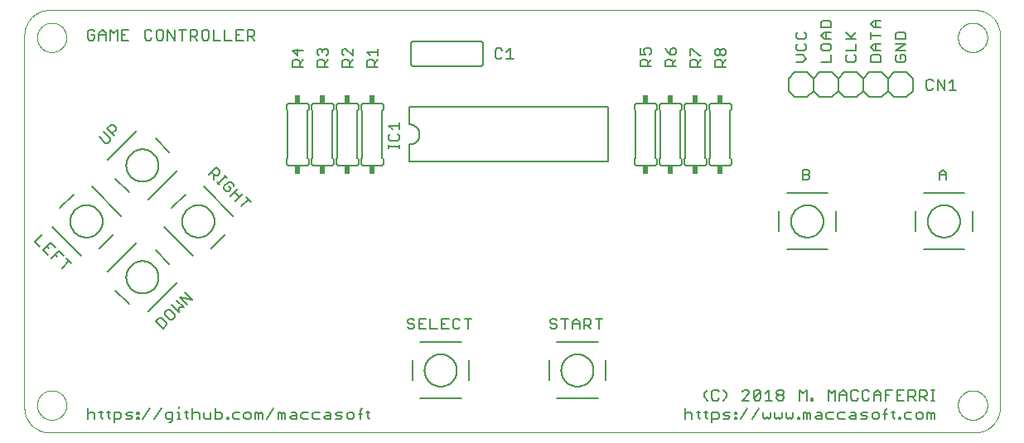
<source format=gto>
G75*
%MOIN*%
%OFA0B0*%
%FSLAX25Y25*%
%IPPOS*%
%LPD*%
%AMOC8*
5,1,8,0,0,1.08239X$1,22.5*
%
%ADD10C,0.00000*%
%ADD11C,0.00800*%
%ADD12C,0.00600*%
%ADD13R,0.02400X0.03400*%
D10*
X0011000Y0001000D02*
X0383500Y0001000D01*
X0383742Y0001003D01*
X0383983Y0001012D01*
X0384224Y0001026D01*
X0384465Y0001047D01*
X0384705Y0001073D01*
X0384945Y0001105D01*
X0385184Y0001143D01*
X0385421Y0001186D01*
X0385658Y0001236D01*
X0385893Y0001291D01*
X0386127Y0001351D01*
X0386359Y0001418D01*
X0386590Y0001489D01*
X0386819Y0001567D01*
X0387046Y0001650D01*
X0387271Y0001738D01*
X0387494Y0001832D01*
X0387714Y0001931D01*
X0387932Y0002036D01*
X0388147Y0002145D01*
X0388360Y0002260D01*
X0388570Y0002380D01*
X0388776Y0002505D01*
X0388980Y0002635D01*
X0389181Y0002770D01*
X0389378Y0002910D01*
X0389572Y0003054D01*
X0389762Y0003203D01*
X0389948Y0003357D01*
X0390131Y0003515D01*
X0390310Y0003677D01*
X0390485Y0003844D01*
X0390656Y0004015D01*
X0390823Y0004190D01*
X0390985Y0004369D01*
X0391143Y0004552D01*
X0391297Y0004738D01*
X0391446Y0004928D01*
X0391590Y0005122D01*
X0391730Y0005319D01*
X0391865Y0005520D01*
X0391995Y0005724D01*
X0392120Y0005930D01*
X0392240Y0006140D01*
X0392355Y0006353D01*
X0392464Y0006568D01*
X0392569Y0006786D01*
X0392668Y0007006D01*
X0392762Y0007229D01*
X0392850Y0007454D01*
X0392933Y0007681D01*
X0393011Y0007910D01*
X0393082Y0008141D01*
X0393149Y0008373D01*
X0393209Y0008607D01*
X0393264Y0008842D01*
X0393314Y0009079D01*
X0393357Y0009316D01*
X0393395Y0009555D01*
X0393427Y0009795D01*
X0393453Y0010035D01*
X0393474Y0010276D01*
X0393488Y0010517D01*
X0393497Y0010758D01*
X0393500Y0011000D01*
X0393500Y0161000D01*
X0393497Y0161242D01*
X0393488Y0161483D01*
X0393474Y0161724D01*
X0393453Y0161965D01*
X0393427Y0162205D01*
X0393395Y0162445D01*
X0393357Y0162684D01*
X0393314Y0162921D01*
X0393264Y0163158D01*
X0393209Y0163393D01*
X0393149Y0163627D01*
X0393082Y0163859D01*
X0393011Y0164090D01*
X0392933Y0164319D01*
X0392850Y0164546D01*
X0392762Y0164771D01*
X0392668Y0164994D01*
X0392569Y0165214D01*
X0392464Y0165432D01*
X0392355Y0165647D01*
X0392240Y0165860D01*
X0392120Y0166070D01*
X0391995Y0166276D01*
X0391865Y0166480D01*
X0391730Y0166681D01*
X0391590Y0166878D01*
X0391446Y0167072D01*
X0391297Y0167262D01*
X0391143Y0167448D01*
X0390985Y0167631D01*
X0390823Y0167810D01*
X0390656Y0167985D01*
X0390485Y0168156D01*
X0390310Y0168323D01*
X0390131Y0168485D01*
X0389948Y0168643D01*
X0389762Y0168797D01*
X0389572Y0168946D01*
X0389378Y0169090D01*
X0389181Y0169230D01*
X0388980Y0169365D01*
X0388776Y0169495D01*
X0388570Y0169620D01*
X0388360Y0169740D01*
X0388147Y0169855D01*
X0387932Y0169964D01*
X0387714Y0170069D01*
X0387494Y0170168D01*
X0387271Y0170262D01*
X0387046Y0170350D01*
X0386819Y0170433D01*
X0386590Y0170511D01*
X0386359Y0170582D01*
X0386127Y0170649D01*
X0385893Y0170709D01*
X0385658Y0170764D01*
X0385421Y0170814D01*
X0385184Y0170857D01*
X0384945Y0170895D01*
X0384705Y0170927D01*
X0384465Y0170953D01*
X0384224Y0170974D01*
X0383983Y0170988D01*
X0383742Y0170997D01*
X0383500Y0171000D01*
X0011000Y0171000D01*
X0010758Y0170997D01*
X0010517Y0170988D01*
X0010276Y0170974D01*
X0010035Y0170953D01*
X0009795Y0170927D01*
X0009555Y0170895D01*
X0009316Y0170857D01*
X0009079Y0170814D01*
X0008842Y0170764D01*
X0008607Y0170709D01*
X0008373Y0170649D01*
X0008141Y0170582D01*
X0007910Y0170511D01*
X0007681Y0170433D01*
X0007454Y0170350D01*
X0007229Y0170262D01*
X0007006Y0170168D01*
X0006786Y0170069D01*
X0006568Y0169964D01*
X0006353Y0169855D01*
X0006140Y0169740D01*
X0005930Y0169620D01*
X0005724Y0169495D01*
X0005520Y0169365D01*
X0005319Y0169230D01*
X0005122Y0169090D01*
X0004928Y0168946D01*
X0004738Y0168797D01*
X0004552Y0168643D01*
X0004369Y0168485D01*
X0004190Y0168323D01*
X0004015Y0168156D01*
X0003844Y0167985D01*
X0003677Y0167810D01*
X0003515Y0167631D01*
X0003357Y0167448D01*
X0003203Y0167262D01*
X0003054Y0167072D01*
X0002910Y0166878D01*
X0002770Y0166681D01*
X0002635Y0166480D01*
X0002505Y0166276D01*
X0002380Y0166070D01*
X0002260Y0165860D01*
X0002145Y0165647D01*
X0002036Y0165432D01*
X0001931Y0165214D01*
X0001832Y0164994D01*
X0001738Y0164771D01*
X0001650Y0164546D01*
X0001567Y0164319D01*
X0001489Y0164090D01*
X0001418Y0163859D01*
X0001351Y0163627D01*
X0001291Y0163393D01*
X0001236Y0163158D01*
X0001186Y0162921D01*
X0001143Y0162684D01*
X0001105Y0162445D01*
X0001073Y0162205D01*
X0001047Y0161965D01*
X0001026Y0161724D01*
X0001012Y0161483D01*
X0001003Y0161242D01*
X0001000Y0161000D01*
X0001000Y0011000D01*
X0001003Y0010758D01*
X0001012Y0010517D01*
X0001026Y0010276D01*
X0001047Y0010035D01*
X0001073Y0009795D01*
X0001105Y0009555D01*
X0001143Y0009316D01*
X0001186Y0009079D01*
X0001236Y0008842D01*
X0001291Y0008607D01*
X0001351Y0008373D01*
X0001418Y0008141D01*
X0001489Y0007910D01*
X0001567Y0007681D01*
X0001650Y0007454D01*
X0001738Y0007229D01*
X0001832Y0007006D01*
X0001931Y0006786D01*
X0002036Y0006568D01*
X0002145Y0006353D01*
X0002260Y0006140D01*
X0002380Y0005930D01*
X0002505Y0005724D01*
X0002635Y0005520D01*
X0002770Y0005319D01*
X0002910Y0005122D01*
X0003054Y0004928D01*
X0003203Y0004738D01*
X0003357Y0004552D01*
X0003515Y0004369D01*
X0003677Y0004190D01*
X0003844Y0004015D01*
X0004015Y0003844D01*
X0004190Y0003677D01*
X0004369Y0003515D01*
X0004552Y0003357D01*
X0004738Y0003203D01*
X0004928Y0003054D01*
X0005122Y0002910D01*
X0005319Y0002770D01*
X0005520Y0002635D01*
X0005724Y0002505D01*
X0005930Y0002380D01*
X0006140Y0002260D01*
X0006353Y0002145D01*
X0006568Y0002036D01*
X0006786Y0001931D01*
X0007006Y0001832D01*
X0007229Y0001738D01*
X0007454Y0001650D01*
X0007681Y0001567D01*
X0007910Y0001489D01*
X0008141Y0001418D01*
X0008373Y0001351D01*
X0008607Y0001291D01*
X0008842Y0001236D01*
X0009079Y0001186D01*
X0009316Y0001143D01*
X0009555Y0001105D01*
X0009795Y0001073D01*
X0010035Y0001047D01*
X0010276Y0001026D01*
X0010517Y0001012D01*
X0010758Y0001003D01*
X0011000Y0001000D01*
X0006094Y0012000D02*
X0006096Y0012153D01*
X0006102Y0012307D01*
X0006112Y0012460D01*
X0006126Y0012612D01*
X0006144Y0012765D01*
X0006166Y0012916D01*
X0006191Y0013067D01*
X0006221Y0013218D01*
X0006255Y0013368D01*
X0006292Y0013516D01*
X0006333Y0013664D01*
X0006378Y0013810D01*
X0006427Y0013956D01*
X0006480Y0014100D01*
X0006536Y0014242D01*
X0006596Y0014383D01*
X0006660Y0014523D01*
X0006727Y0014661D01*
X0006798Y0014797D01*
X0006873Y0014931D01*
X0006950Y0015063D01*
X0007032Y0015193D01*
X0007116Y0015321D01*
X0007204Y0015447D01*
X0007295Y0015570D01*
X0007389Y0015691D01*
X0007487Y0015809D01*
X0007587Y0015925D01*
X0007691Y0016038D01*
X0007797Y0016149D01*
X0007906Y0016257D01*
X0008018Y0016362D01*
X0008132Y0016463D01*
X0008250Y0016562D01*
X0008369Y0016658D01*
X0008491Y0016751D01*
X0008616Y0016840D01*
X0008743Y0016927D01*
X0008872Y0017009D01*
X0009003Y0017089D01*
X0009136Y0017165D01*
X0009271Y0017238D01*
X0009408Y0017307D01*
X0009547Y0017372D01*
X0009687Y0017434D01*
X0009829Y0017492D01*
X0009972Y0017547D01*
X0010117Y0017598D01*
X0010263Y0017645D01*
X0010410Y0017688D01*
X0010558Y0017727D01*
X0010707Y0017763D01*
X0010857Y0017794D01*
X0011008Y0017822D01*
X0011159Y0017846D01*
X0011312Y0017866D01*
X0011464Y0017882D01*
X0011617Y0017894D01*
X0011770Y0017902D01*
X0011923Y0017906D01*
X0012077Y0017906D01*
X0012230Y0017902D01*
X0012383Y0017894D01*
X0012536Y0017882D01*
X0012688Y0017866D01*
X0012841Y0017846D01*
X0012992Y0017822D01*
X0013143Y0017794D01*
X0013293Y0017763D01*
X0013442Y0017727D01*
X0013590Y0017688D01*
X0013737Y0017645D01*
X0013883Y0017598D01*
X0014028Y0017547D01*
X0014171Y0017492D01*
X0014313Y0017434D01*
X0014453Y0017372D01*
X0014592Y0017307D01*
X0014729Y0017238D01*
X0014864Y0017165D01*
X0014997Y0017089D01*
X0015128Y0017009D01*
X0015257Y0016927D01*
X0015384Y0016840D01*
X0015509Y0016751D01*
X0015631Y0016658D01*
X0015750Y0016562D01*
X0015868Y0016463D01*
X0015982Y0016362D01*
X0016094Y0016257D01*
X0016203Y0016149D01*
X0016309Y0016038D01*
X0016413Y0015925D01*
X0016513Y0015809D01*
X0016611Y0015691D01*
X0016705Y0015570D01*
X0016796Y0015447D01*
X0016884Y0015321D01*
X0016968Y0015193D01*
X0017050Y0015063D01*
X0017127Y0014931D01*
X0017202Y0014797D01*
X0017273Y0014661D01*
X0017340Y0014523D01*
X0017404Y0014383D01*
X0017464Y0014242D01*
X0017520Y0014100D01*
X0017573Y0013956D01*
X0017622Y0013810D01*
X0017667Y0013664D01*
X0017708Y0013516D01*
X0017745Y0013368D01*
X0017779Y0013218D01*
X0017809Y0013067D01*
X0017834Y0012916D01*
X0017856Y0012765D01*
X0017874Y0012612D01*
X0017888Y0012460D01*
X0017898Y0012307D01*
X0017904Y0012153D01*
X0017906Y0012000D01*
X0017904Y0011847D01*
X0017898Y0011693D01*
X0017888Y0011540D01*
X0017874Y0011388D01*
X0017856Y0011235D01*
X0017834Y0011084D01*
X0017809Y0010933D01*
X0017779Y0010782D01*
X0017745Y0010632D01*
X0017708Y0010484D01*
X0017667Y0010336D01*
X0017622Y0010190D01*
X0017573Y0010044D01*
X0017520Y0009900D01*
X0017464Y0009758D01*
X0017404Y0009617D01*
X0017340Y0009477D01*
X0017273Y0009339D01*
X0017202Y0009203D01*
X0017127Y0009069D01*
X0017050Y0008937D01*
X0016968Y0008807D01*
X0016884Y0008679D01*
X0016796Y0008553D01*
X0016705Y0008430D01*
X0016611Y0008309D01*
X0016513Y0008191D01*
X0016413Y0008075D01*
X0016309Y0007962D01*
X0016203Y0007851D01*
X0016094Y0007743D01*
X0015982Y0007638D01*
X0015868Y0007537D01*
X0015750Y0007438D01*
X0015631Y0007342D01*
X0015509Y0007249D01*
X0015384Y0007160D01*
X0015257Y0007073D01*
X0015128Y0006991D01*
X0014997Y0006911D01*
X0014864Y0006835D01*
X0014729Y0006762D01*
X0014592Y0006693D01*
X0014453Y0006628D01*
X0014313Y0006566D01*
X0014171Y0006508D01*
X0014028Y0006453D01*
X0013883Y0006402D01*
X0013737Y0006355D01*
X0013590Y0006312D01*
X0013442Y0006273D01*
X0013293Y0006237D01*
X0013143Y0006206D01*
X0012992Y0006178D01*
X0012841Y0006154D01*
X0012688Y0006134D01*
X0012536Y0006118D01*
X0012383Y0006106D01*
X0012230Y0006098D01*
X0012077Y0006094D01*
X0011923Y0006094D01*
X0011770Y0006098D01*
X0011617Y0006106D01*
X0011464Y0006118D01*
X0011312Y0006134D01*
X0011159Y0006154D01*
X0011008Y0006178D01*
X0010857Y0006206D01*
X0010707Y0006237D01*
X0010558Y0006273D01*
X0010410Y0006312D01*
X0010263Y0006355D01*
X0010117Y0006402D01*
X0009972Y0006453D01*
X0009829Y0006508D01*
X0009687Y0006566D01*
X0009547Y0006628D01*
X0009408Y0006693D01*
X0009271Y0006762D01*
X0009136Y0006835D01*
X0009003Y0006911D01*
X0008872Y0006991D01*
X0008743Y0007073D01*
X0008616Y0007160D01*
X0008491Y0007249D01*
X0008369Y0007342D01*
X0008250Y0007438D01*
X0008132Y0007537D01*
X0008018Y0007638D01*
X0007906Y0007743D01*
X0007797Y0007851D01*
X0007691Y0007962D01*
X0007587Y0008075D01*
X0007487Y0008191D01*
X0007389Y0008309D01*
X0007295Y0008430D01*
X0007204Y0008553D01*
X0007116Y0008679D01*
X0007032Y0008807D01*
X0006950Y0008937D01*
X0006873Y0009069D01*
X0006798Y0009203D01*
X0006727Y0009339D01*
X0006660Y0009477D01*
X0006596Y0009617D01*
X0006536Y0009758D01*
X0006480Y0009900D01*
X0006427Y0010044D01*
X0006378Y0010190D01*
X0006333Y0010336D01*
X0006292Y0010484D01*
X0006255Y0010632D01*
X0006221Y0010782D01*
X0006191Y0010933D01*
X0006166Y0011084D01*
X0006144Y0011235D01*
X0006126Y0011388D01*
X0006112Y0011540D01*
X0006102Y0011693D01*
X0006096Y0011847D01*
X0006094Y0012000D01*
X0006094Y0160000D02*
X0006096Y0160153D01*
X0006102Y0160307D01*
X0006112Y0160460D01*
X0006126Y0160612D01*
X0006144Y0160765D01*
X0006166Y0160916D01*
X0006191Y0161067D01*
X0006221Y0161218D01*
X0006255Y0161368D01*
X0006292Y0161516D01*
X0006333Y0161664D01*
X0006378Y0161810D01*
X0006427Y0161956D01*
X0006480Y0162100D01*
X0006536Y0162242D01*
X0006596Y0162383D01*
X0006660Y0162523D01*
X0006727Y0162661D01*
X0006798Y0162797D01*
X0006873Y0162931D01*
X0006950Y0163063D01*
X0007032Y0163193D01*
X0007116Y0163321D01*
X0007204Y0163447D01*
X0007295Y0163570D01*
X0007389Y0163691D01*
X0007487Y0163809D01*
X0007587Y0163925D01*
X0007691Y0164038D01*
X0007797Y0164149D01*
X0007906Y0164257D01*
X0008018Y0164362D01*
X0008132Y0164463D01*
X0008250Y0164562D01*
X0008369Y0164658D01*
X0008491Y0164751D01*
X0008616Y0164840D01*
X0008743Y0164927D01*
X0008872Y0165009D01*
X0009003Y0165089D01*
X0009136Y0165165D01*
X0009271Y0165238D01*
X0009408Y0165307D01*
X0009547Y0165372D01*
X0009687Y0165434D01*
X0009829Y0165492D01*
X0009972Y0165547D01*
X0010117Y0165598D01*
X0010263Y0165645D01*
X0010410Y0165688D01*
X0010558Y0165727D01*
X0010707Y0165763D01*
X0010857Y0165794D01*
X0011008Y0165822D01*
X0011159Y0165846D01*
X0011312Y0165866D01*
X0011464Y0165882D01*
X0011617Y0165894D01*
X0011770Y0165902D01*
X0011923Y0165906D01*
X0012077Y0165906D01*
X0012230Y0165902D01*
X0012383Y0165894D01*
X0012536Y0165882D01*
X0012688Y0165866D01*
X0012841Y0165846D01*
X0012992Y0165822D01*
X0013143Y0165794D01*
X0013293Y0165763D01*
X0013442Y0165727D01*
X0013590Y0165688D01*
X0013737Y0165645D01*
X0013883Y0165598D01*
X0014028Y0165547D01*
X0014171Y0165492D01*
X0014313Y0165434D01*
X0014453Y0165372D01*
X0014592Y0165307D01*
X0014729Y0165238D01*
X0014864Y0165165D01*
X0014997Y0165089D01*
X0015128Y0165009D01*
X0015257Y0164927D01*
X0015384Y0164840D01*
X0015509Y0164751D01*
X0015631Y0164658D01*
X0015750Y0164562D01*
X0015868Y0164463D01*
X0015982Y0164362D01*
X0016094Y0164257D01*
X0016203Y0164149D01*
X0016309Y0164038D01*
X0016413Y0163925D01*
X0016513Y0163809D01*
X0016611Y0163691D01*
X0016705Y0163570D01*
X0016796Y0163447D01*
X0016884Y0163321D01*
X0016968Y0163193D01*
X0017050Y0163063D01*
X0017127Y0162931D01*
X0017202Y0162797D01*
X0017273Y0162661D01*
X0017340Y0162523D01*
X0017404Y0162383D01*
X0017464Y0162242D01*
X0017520Y0162100D01*
X0017573Y0161956D01*
X0017622Y0161810D01*
X0017667Y0161664D01*
X0017708Y0161516D01*
X0017745Y0161368D01*
X0017779Y0161218D01*
X0017809Y0161067D01*
X0017834Y0160916D01*
X0017856Y0160765D01*
X0017874Y0160612D01*
X0017888Y0160460D01*
X0017898Y0160307D01*
X0017904Y0160153D01*
X0017906Y0160000D01*
X0017904Y0159847D01*
X0017898Y0159693D01*
X0017888Y0159540D01*
X0017874Y0159388D01*
X0017856Y0159235D01*
X0017834Y0159084D01*
X0017809Y0158933D01*
X0017779Y0158782D01*
X0017745Y0158632D01*
X0017708Y0158484D01*
X0017667Y0158336D01*
X0017622Y0158190D01*
X0017573Y0158044D01*
X0017520Y0157900D01*
X0017464Y0157758D01*
X0017404Y0157617D01*
X0017340Y0157477D01*
X0017273Y0157339D01*
X0017202Y0157203D01*
X0017127Y0157069D01*
X0017050Y0156937D01*
X0016968Y0156807D01*
X0016884Y0156679D01*
X0016796Y0156553D01*
X0016705Y0156430D01*
X0016611Y0156309D01*
X0016513Y0156191D01*
X0016413Y0156075D01*
X0016309Y0155962D01*
X0016203Y0155851D01*
X0016094Y0155743D01*
X0015982Y0155638D01*
X0015868Y0155537D01*
X0015750Y0155438D01*
X0015631Y0155342D01*
X0015509Y0155249D01*
X0015384Y0155160D01*
X0015257Y0155073D01*
X0015128Y0154991D01*
X0014997Y0154911D01*
X0014864Y0154835D01*
X0014729Y0154762D01*
X0014592Y0154693D01*
X0014453Y0154628D01*
X0014313Y0154566D01*
X0014171Y0154508D01*
X0014028Y0154453D01*
X0013883Y0154402D01*
X0013737Y0154355D01*
X0013590Y0154312D01*
X0013442Y0154273D01*
X0013293Y0154237D01*
X0013143Y0154206D01*
X0012992Y0154178D01*
X0012841Y0154154D01*
X0012688Y0154134D01*
X0012536Y0154118D01*
X0012383Y0154106D01*
X0012230Y0154098D01*
X0012077Y0154094D01*
X0011923Y0154094D01*
X0011770Y0154098D01*
X0011617Y0154106D01*
X0011464Y0154118D01*
X0011312Y0154134D01*
X0011159Y0154154D01*
X0011008Y0154178D01*
X0010857Y0154206D01*
X0010707Y0154237D01*
X0010558Y0154273D01*
X0010410Y0154312D01*
X0010263Y0154355D01*
X0010117Y0154402D01*
X0009972Y0154453D01*
X0009829Y0154508D01*
X0009687Y0154566D01*
X0009547Y0154628D01*
X0009408Y0154693D01*
X0009271Y0154762D01*
X0009136Y0154835D01*
X0009003Y0154911D01*
X0008872Y0154991D01*
X0008743Y0155073D01*
X0008616Y0155160D01*
X0008491Y0155249D01*
X0008369Y0155342D01*
X0008250Y0155438D01*
X0008132Y0155537D01*
X0008018Y0155638D01*
X0007906Y0155743D01*
X0007797Y0155851D01*
X0007691Y0155962D01*
X0007587Y0156075D01*
X0007487Y0156191D01*
X0007389Y0156309D01*
X0007295Y0156430D01*
X0007204Y0156553D01*
X0007116Y0156679D01*
X0007032Y0156807D01*
X0006950Y0156937D01*
X0006873Y0157069D01*
X0006798Y0157203D01*
X0006727Y0157339D01*
X0006660Y0157477D01*
X0006596Y0157617D01*
X0006536Y0157758D01*
X0006480Y0157900D01*
X0006427Y0158044D01*
X0006378Y0158190D01*
X0006333Y0158336D01*
X0006292Y0158484D01*
X0006255Y0158632D01*
X0006221Y0158782D01*
X0006191Y0158933D01*
X0006166Y0159084D01*
X0006144Y0159235D01*
X0006126Y0159388D01*
X0006112Y0159540D01*
X0006102Y0159693D01*
X0006096Y0159847D01*
X0006094Y0160000D01*
X0376594Y0160000D02*
X0376596Y0160153D01*
X0376602Y0160307D01*
X0376612Y0160460D01*
X0376626Y0160612D01*
X0376644Y0160765D01*
X0376666Y0160916D01*
X0376691Y0161067D01*
X0376721Y0161218D01*
X0376755Y0161368D01*
X0376792Y0161516D01*
X0376833Y0161664D01*
X0376878Y0161810D01*
X0376927Y0161956D01*
X0376980Y0162100D01*
X0377036Y0162242D01*
X0377096Y0162383D01*
X0377160Y0162523D01*
X0377227Y0162661D01*
X0377298Y0162797D01*
X0377373Y0162931D01*
X0377450Y0163063D01*
X0377532Y0163193D01*
X0377616Y0163321D01*
X0377704Y0163447D01*
X0377795Y0163570D01*
X0377889Y0163691D01*
X0377987Y0163809D01*
X0378087Y0163925D01*
X0378191Y0164038D01*
X0378297Y0164149D01*
X0378406Y0164257D01*
X0378518Y0164362D01*
X0378632Y0164463D01*
X0378750Y0164562D01*
X0378869Y0164658D01*
X0378991Y0164751D01*
X0379116Y0164840D01*
X0379243Y0164927D01*
X0379372Y0165009D01*
X0379503Y0165089D01*
X0379636Y0165165D01*
X0379771Y0165238D01*
X0379908Y0165307D01*
X0380047Y0165372D01*
X0380187Y0165434D01*
X0380329Y0165492D01*
X0380472Y0165547D01*
X0380617Y0165598D01*
X0380763Y0165645D01*
X0380910Y0165688D01*
X0381058Y0165727D01*
X0381207Y0165763D01*
X0381357Y0165794D01*
X0381508Y0165822D01*
X0381659Y0165846D01*
X0381812Y0165866D01*
X0381964Y0165882D01*
X0382117Y0165894D01*
X0382270Y0165902D01*
X0382423Y0165906D01*
X0382577Y0165906D01*
X0382730Y0165902D01*
X0382883Y0165894D01*
X0383036Y0165882D01*
X0383188Y0165866D01*
X0383341Y0165846D01*
X0383492Y0165822D01*
X0383643Y0165794D01*
X0383793Y0165763D01*
X0383942Y0165727D01*
X0384090Y0165688D01*
X0384237Y0165645D01*
X0384383Y0165598D01*
X0384528Y0165547D01*
X0384671Y0165492D01*
X0384813Y0165434D01*
X0384953Y0165372D01*
X0385092Y0165307D01*
X0385229Y0165238D01*
X0385364Y0165165D01*
X0385497Y0165089D01*
X0385628Y0165009D01*
X0385757Y0164927D01*
X0385884Y0164840D01*
X0386009Y0164751D01*
X0386131Y0164658D01*
X0386250Y0164562D01*
X0386368Y0164463D01*
X0386482Y0164362D01*
X0386594Y0164257D01*
X0386703Y0164149D01*
X0386809Y0164038D01*
X0386913Y0163925D01*
X0387013Y0163809D01*
X0387111Y0163691D01*
X0387205Y0163570D01*
X0387296Y0163447D01*
X0387384Y0163321D01*
X0387468Y0163193D01*
X0387550Y0163063D01*
X0387627Y0162931D01*
X0387702Y0162797D01*
X0387773Y0162661D01*
X0387840Y0162523D01*
X0387904Y0162383D01*
X0387964Y0162242D01*
X0388020Y0162100D01*
X0388073Y0161956D01*
X0388122Y0161810D01*
X0388167Y0161664D01*
X0388208Y0161516D01*
X0388245Y0161368D01*
X0388279Y0161218D01*
X0388309Y0161067D01*
X0388334Y0160916D01*
X0388356Y0160765D01*
X0388374Y0160612D01*
X0388388Y0160460D01*
X0388398Y0160307D01*
X0388404Y0160153D01*
X0388406Y0160000D01*
X0388404Y0159847D01*
X0388398Y0159693D01*
X0388388Y0159540D01*
X0388374Y0159388D01*
X0388356Y0159235D01*
X0388334Y0159084D01*
X0388309Y0158933D01*
X0388279Y0158782D01*
X0388245Y0158632D01*
X0388208Y0158484D01*
X0388167Y0158336D01*
X0388122Y0158190D01*
X0388073Y0158044D01*
X0388020Y0157900D01*
X0387964Y0157758D01*
X0387904Y0157617D01*
X0387840Y0157477D01*
X0387773Y0157339D01*
X0387702Y0157203D01*
X0387627Y0157069D01*
X0387550Y0156937D01*
X0387468Y0156807D01*
X0387384Y0156679D01*
X0387296Y0156553D01*
X0387205Y0156430D01*
X0387111Y0156309D01*
X0387013Y0156191D01*
X0386913Y0156075D01*
X0386809Y0155962D01*
X0386703Y0155851D01*
X0386594Y0155743D01*
X0386482Y0155638D01*
X0386368Y0155537D01*
X0386250Y0155438D01*
X0386131Y0155342D01*
X0386009Y0155249D01*
X0385884Y0155160D01*
X0385757Y0155073D01*
X0385628Y0154991D01*
X0385497Y0154911D01*
X0385364Y0154835D01*
X0385229Y0154762D01*
X0385092Y0154693D01*
X0384953Y0154628D01*
X0384813Y0154566D01*
X0384671Y0154508D01*
X0384528Y0154453D01*
X0384383Y0154402D01*
X0384237Y0154355D01*
X0384090Y0154312D01*
X0383942Y0154273D01*
X0383793Y0154237D01*
X0383643Y0154206D01*
X0383492Y0154178D01*
X0383341Y0154154D01*
X0383188Y0154134D01*
X0383036Y0154118D01*
X0382883Y0154106D01*
X0382730Y0154098D01*
X0382577Y0154094D01*
X0382423Y0154094D01*
X0382270Y0154098D01*
X0382117Y0154106D01*
X0381964Y0154118D01*
X0381812Y0154134D01*
X0381659Y0154154D01*
X0381508Y0154178D01*
X0381357Y0154206D01*
X0381207Y0154237D01*
X0381058Y0154273D01*
X0380910Y0154312D01*
X0380763Y0154355D01*
X0380617Y0154402D01*
X0380472Y0154453D01*
X0380329Y0154508D01*
X0380187Y0154566D01*
X0380047Y0154628D01*
X0379908Y0154693D01*
X0379771Y0154762D01*
X0379636Y0154835D01*
X0379503Y0154911D01*
X0379372Y0154991D01*
X0379243Y0155073D01*
X0379116Y0155160D01*
X0378991Y0155249D01*
X0378869Y0155342D01*
X0378750Y0155438D01*
X0378632Y0155537D01*
X0378518Y0155638D01*
X0378406Y0155743D01*
X0378297Y0155851D01*
X0378191Y0155962D01*
X0378087Y0156075D01*
X0377987Y0156191D01*
X0377889Y0156309D01*
X0377795Y0156430D01*
X0377704Y0156553D01*
X0377616Y0156679D01*
X0377532Y0156807D01*
X0377450Y0156937D01*
X0377373Y0157069D01*
X0377298Y0157203D01*
X0377227Y0157339D01*
X0377160Y0157477D01*
X0377096Y0157617D01*
X0377036Y0157758D01*
X0376980Y0157900D01*
X0376927Y0158044D01*
X0376878Y0158190D01*
X0376833Y0158336D01*
X0376792Y0158484D01*
X0376755Y0158632D01*
X0376721Y0158782D01*
X0376691Y0158933D01*
X0376666Y0159084D01*
X0376644Y0159235D01*
X0376626Y0159388D01*
X0376612Y0159540D01*
X0376602Y0159693D01*
X0376596Y0159847D01*
X0376594Y0160000D01*
X0376594Y0012000D02*
X0376596Y0012153D01*
X0376602Y0012307D01*
X0376612Y0012460D01*
X0376626Y0012612D01*
X0376644Y0012765D01*
X0376666Y0012916D01*
X0376691Y0013067D01*
X0376721Y0013218D01*
X0376755Y0013368D01*
X0376792Y0013516D01*
X0376833Y0013664D01*
X0376878Y0013810D01*
X0376927Y0013956D01*
X0376980Y0014100D01*
X0377036Y0014242D01*
X0377096Y0014383D01*
X0377160Y0014523D01*
X0377227Y0014661D01*
X0377298Y0014797D01*
X0377373Y0014931D01*
X0377450Y0015063D01*
X0377532Y0015193D01*
X0377616Y0015321D01*
X0377704Y0015447D01*
X0377795Y0015570D01*
X0377889Y0015691D01*
X0377987Y0015809D01*
X0378087Y0015925D01*
X0378191Y0016038D01*
X0378297Y0016149D01*
X0378406Y0016257D01*
X0378518Y0016362D01*
X0378632Y0016463D01*
X0378750Y0016562D01*
X0378869Y0016658D01*
X0378991Y0016751D01*
X0379116Y0016840D01*
X0379243Y0016927D01*
X0379372Y0017009D01*
X0379503Y0017089D01*
X0379636Y0017165D01*
X0379771Y0017238D01*
X0379908Y0017307D01*
X0380047Y0017372D01*
X0380187Y0017434D01*
X0380329Y0017492D01*
X0380472Y0017547D01*
X0380617Y0017598D01*
X0380763Y0017645D01*
X0380910Y0017688D01*
X0381058Y0017727D01*
X0381207Y0017763D01*
X0381357Y0017794D01*
X0381508Y0017822D01*
X0381659Y0017846D01*
X0381812Y0017866D01*
X0381964Y0017882D01*
X0382117Y0017894D01*
X0382270Y0017902D01*
X0382423Y0017906D01*
X0382577Y0017906D01*
X0382730Y0017902D01*
X0382883Y0017894D01*
X0383036Y0017882D01*
X0383188Y0017866D01*
X0383341Y0017846D01*
X0383492Y0017822D01*
X0383643Y0017794D01*
X0383793Y0017763D01*
X0383942Y0017727D01*
X0384090Y0017688D01*
X0384237Y0017645D01*
X0384383Y0017598D01*
X0384528Y0017547D01*
X0384671Y0017492D01*
X0384813Y0017434D01*
X0384953Y0017372D01*
X0385092Y0017307D01*
X0385229Y0017238D01*
X0385364Y0017165D01*
X0385497Y0017089D01*
X0385628Y0017009D01*
X0385757Y0016927D01*
X0385884Y0016840D01*
X0386009Y0016751D01*
X0386131Y0016658D01*
X0386250Y0016562D01*
X0386368Y0016463D01*
X0386482Y0016362D01*
X0386594Y0016257D01*
X0386703Y0016149D01*
X0386809Y0016038D01*
X0386913Y0015925D01*
X0387013Y0015809D01*
X0387111Y0015691D01*
X0387205Y0015570D01*
X0387296Y0015447D01*
X0387384Y0015321D01*
X0387468Y0015193D01*
X0387550Y0015063D01*
X0387627Y0014931D01*
X0387702Y0014797D01*
X0387773Y0014661D01*
X0387840Y0014523D01*
X0387904Y0014383D01*
X0387964Y0014242D01*
X0388020Y0014100D01*
X0388073Y0013956D01*
X0388122Y0013810D01*
X0388167Y0013664D01*
X0388208Y0013516D01*
X0388245Y0013368D01*
X0388279Y0013218D01*
X0388309Y0013067D01*
X0388334Y0012916D01*
X0388356Y0012765D01*
X0388374Y0012612D01*
X0388388Y0012460D01*
X0388398Y0012307D01*
X0388404Y0012153D01*
X0388406Y0012000D01*
X0388404Y0011847D01*
X0388398Y0011693D01*
X0388388Y0011540D01*
X0388374Y0011388D01*
X0388356Y0011235D01*
X0388334Y0011084D01*
X0388309Y0010933D01*
X0388279Y0010782D01*
X0388245Y0010632D01*
X0388208Y0010484D01*
X0388167Y0010336D01*
X0388122Y0010190D01*
X0388073Y0010044D01*
X0388020Y0009900D01*
X0387964Y0009758D01*
X0387904Y0009617D01*
X0387840Y0009477D01*
X0387773Y0009339D01*
X0387702Y0009203D01*
X0387627Y0009069D01*
X0387550Y0008937D01*
X0387468Y0008807D01*
X0387384Y0008679D01*
X0387296Y0008553D01*
X0387205Y0008430D01*
X0387111Y0008309D01*
X0387013Y0008191D01*
X0386913Y0008075D01*
X0386809Y0007962D01*
X0386703Y0007851D01*
X0386594Y0007743D01*
X0386482Y0007638D01*
X0386368Y0007537D01*
X0386250Y0007438D01*
X0386131Y0007342D01*
X0386009Y0007249D01*
X0385884Y0007160D01*
X0385757Y0007073D01*
X0385628Y0006991D01*
X0385497Y0006911D01*
X0385364Y0006835D01*
X0385229Y0006762D01*
X0385092Y0006693D01*
X0384953Y0006628D01*
X0384813Y0006566D01*
X0384671Y0006508D01*
X0384528Y0006453D01*
X0384383Y0006402D01*
X0384237Y0006355D01*
X0384090Y0006312D01*
X0383942Y0006273D01*
X0383793Y0006237D01*
X0383643Y0006206D01*
X0383492Y0006178D01*
X0383341Y0006154D01*
X0383188Y0006134D01*
X0383036Y0006118D01*
X0382883Y0006106D01*
X0382730Y0006098D01*
X0382577Y0006094D01*
X0382423Y0006094D01*
X0382270Y0006098D01*
X0382117Y0006106D01*
X0381964Y0006118D01*
X0381812Y0006134D01*
X0381659Y0006154D01*
X0381508Y0006178D01*
X0381357Y0006206D01*
X0381207Y0006237D01*
X0381058Y0006273D01*
X0380910Y0006312D01*
X0380763Y0006355D01*
X0380617Y0006402D01*
X0380472Y0006453D01*
X0380329Y0006508D01*
X0380187Y0006566D01*
X0380047Y0006628D01*
X0379908Y0006693D01*
X0379771Y0006762D01*
X0379636Y0006835D01*
X0379503Y0006911D01*
X0379372Y0006991D01*
X0379243Y0007073D01*
X0379116Y0007160D01*
X0378991Y0007249D01*
X0378869Y0007342D01*
X0378750Y0007438D01*
X0378632Y0007537D01*
X0378518Y0007638D01*
X0378406Y0007743D01*
X0378297Y0007851D01*
X0378191Y0007962D01*
X0378087Y0008075D01*
X0377987Y0008191D01*
X0377889Y0008309D01*
X0377795Y0008430D01*
X0377704Y0008553D01*
X0377616Y0008679D01*
X0377532Y0008807D01*
X0377450Y0008937D01*
X0377373Y0009069D01*
X0377298Y0009203D01*
X0377227Y0009339D01*
X0377160Y0009477D01*
X0377096Y0009617D01*
X0377036Y0009758D01*
X0376980Y0009900D01*
X0376927Y0010044D01*
X0376878Y0010190D01*
X0376833Y0010336D01*
X0376792Y0010484D01*
X0376755Y0010632D01*
X0376721Y0010782D01*
X0376691Y0010933D01*
X0376666Y0011084D01*
X0376644Y0011235D01*
X0376626Y0011388D01*
X0376612Y0011540D01*
X0376602Y0011693D01*
X0376596Y0011847D01*
X0376594Y0012000D01*
D11*
X0367232Y0013900D02*
X0365830Y0013900D01*
X0366531Y0013900D02*
X0366531Y0018104D01*
X0365830Y0018104D02*
X0367232Y0018104D01*
X0364029Y0017403D02*
X0364029Y0016002D01*
X0363328Y0015301D01*
X0361227Y0015301D01*
X0362628Y0015301D02*
X0364029Y0013900D01*
X0361227Y0013900D02*
X0361227Y0018104D01*
X0363328Y0018104D01*
X0364029Y0017403D01*
X0359425Y0017403D02*
X0359425Y0016002D01*
X0358724Y0015301D01*
X0356623Y0015301D01*
X0358024Y0015301D02*
X0359425Y0013900D01*
X0356623Y0013900D02*
X0356623Y0018104D01*
X0358724Y0018104D01*
X0359425Y0017403D01*
X0354821Y0018104D02*
X0352019Y0018104D01*
X0352019Y0013900D01*
X0354821Y0013900D01*
X0353420Y0016002D02*
X0352019Y0016002D01*
X0350217Y0018104D02*
X0347415Y0018104D01*
X0347415Y0013900D01*
X0345613Y0013900D02*
X0345613Y0016702D01*
X0344212Y0018104D01*
X0342811Y0016702D01*
X0342811Y0013900D01*
X0341009Y0014601D02*
X0340309Y0013900D01*
X0338908Y0013900D01*
X0338207Y0014601D01*
X0338207Y0017403D01*
X0338908Y0018104D01*
X0340309Y0018104D01*
X0341009Y0017403D01*
X0342811Y0016002D02*
X0345613Y0016002D01*
X0347415Y0016002D02*
X0348816Y0016002D01*
X0348049Y0010604D02*
X0347348Y0009903D01*
X0347348Y0006400D01*
X0346647Y0008502D02*
X0348049Y0008502D01*
X0349717Y0009202D02*
X0351118Y0009202D01*
X0350417Y0009903D02*
X0350417Y0007101D01*
X0351118Y0006400D01*
X0352786Y0006400D02*
X0353487Y0006400D01*
X0353487Y0007101D01*
X0352786Y0007101D01*
X0352786Y0006400D01*
X0355088Y0007101D02*
X0355789Y0006400D01*
X0357890Y0006400D01*
X0359692Y0007101D02*
X0360392Y0006400D01*
X0361794Y0006400D01*
X0362494Y0007101D01*
X0362494Y0008502D01*
X0361794Y0009202D01*
X0360392Y0009202D01*
X0359692Y0008502D01*
X0359692Y0007101D01*
X0357890Y0009202D02*
X0355789Y0009202D01*
X0355088Y0008502D01*
X0355088Y0007101D01*
X0364296Y0006400D02*
X0364296Y0009202D01*
X0364996Y0009202D01*
X0365697Y0008502D01*
X0366398Y0009202D01*
X0367098Y0008502D01*
X0367098Y0006400D01*
X0365697Y0006400D02*
X0365697Y0008502D01*
X0344846Y0008502D02*
X0344145Y0009202D01*
X0342744Y0009202D01*
X0342044Y0008502D01*
X0342044Y0007101D01*
X0342744Y0006400D01*
X0344145Y0006400D01*
X0344846Y0007101D01*
X0344846Y0008502D01*
X0340242Y0009202D02*
X0338140Y0009202D01*
X0337440Y0008502D01*
X0338140Y0007801D01*
X0339541Y0007801D01*
X0340242Y0007101D01*
X0339541Y0006400D01*
X0337440Y0006400D01*
X0335638Y0006400D02*
X0333536Y0006400D01*
X0332836Y0007101D01*
X0333536Y0007801D01*
X0335638Y0007801D01*
X0335638Y0008502D02*
X0335638Y0006400D01*
X0335638Y0008502D02*
X0334937Y0009202D01*
X0333536Y0009202D01*
X0331034Y0009202D02*
X0328932Y0009202D01*
X0328232Y0008502D01*
X0328232Y0007101D01*
X0328932Y0006400D01*
X0331034Y0006400D01*
X0326430Y0006400D02*
X0324328Y0006400D01*
X0323628Y0007101D01*
X0323628Y0008502D01*
X0324328Y0009202D01*
X0326430Y0009202D01*
X0321826Y0008502D02*
X0321826Y0006400D01*
X0319724Y0006400D01*
X0319024Y0007101D01*
X0319724Y0007801D01*
X0321826Y0007801D01*
X0321826Y0008502D02*
X0321126Y0009202D01*
X0319724Y0009202D01*
X0317222Y0008502D02*
X0317222Y0006400D01*
X0315821Y0006400D02*
X0315821Y0008502D01*
X0316522Y0009202D01*
X0317222Y0008502D01*
X0315821Y0008502D02*
X0315121Y0009202D01*
X0314420Y0009202D01*
X0314420Y0006400D01*
X0312819Y0006400D02*
X0312118Y0006400D01*
X0312118Y0007101D01*
X0312819Y0007101D01*
X0312819Y0006400D01*
X0310316Y0007101D02*
X0310316Y0009202D01*
X0310316Y0007101D02*
X0309616Y0006400D01*
X0308915Y0007101D01*
X0308215Y0006400D01*
X0307514Y0007101D01*
X0307514Y0009202D01*
X0305713Y0009202D02*
X0305713Y0007101D01*
X0305012Y0006400D01*
X0304311Y0007101D01*
X0303611Y0006400D01*
X0302910Y0007101D01*
X0302910Y0009202D01*
X0301109Y0009202D02*
X0301109Y0007101D01*
X0300408Y0006400D01*
X0299707Y0007101D01*
X0299007Y0006400D01*
X0298306Y0007101D01*
X0298306Y0009202D01*
X0296505Y0010604D02*
X0293702Y0006400D01*
X0291901Y0010604D02*
X0289098Y0006400D01*
X0287497Y0006400D02*
X0287497Y0007101D01*
X0286796Y0007101D01*
X0286796Y0006400D01*
X0287497Y0006400D01*
X0287497Y0008502D02*
X0286796Y0008502D01*
X0286796Y0009202D01*
X0287497Y0009202D01*
X0287497Y0008502D01*
X0284995Y0009202D02*
X0282893Y0009202D01*
X0282193Y0008502D01*
X0282893Y0007801D01*
X0284294Y0007801D01*
X0284995Y0007101D01*
X0284294Y0006400D01*
X0282193Y0006400D01*
X0280391Y0007101D02*
X0279690Y0006400D01*
X0277589Y0006400D01*
X0277589Y0004999D02*
X0277589Y0009202D01*
X0279690Y0009202D01*
X0280391Y0008502D01*
X0280391Y0007101D01*
X0275921Y0006400D02*
X0275220Y0007101D01*
X0275220Y0009903D01*
X0274519Y0009202D02*
X0275921Y0009202D01*
X0272851Y0009202D02*
X0271450Y0009202D01*
X0272151Y0009903D02*
X0272151Y0007101D01*
X0272851Y0006400D01*
X0269648Y0006400D02*
X0269648Y0008502D01*
X0268948Y0009202D01*
X0267547Y0009202D01*
X0266846Y0008502D01*
X0266846Y0010604D02*
X0266846Y0006400D01*
X0274519Y0015301D02*
X0274519Y0016702D01*
X0275921Y0018104D01*
X0277589Y0017403D02*
X0277589Y0014601D01*
X0278289Y0013900D01*
X0279690Y0013900D01*
X0280391Y0014601D01*
X0282193Y0013900D02*
X0283594Y0015301D01*
X0283594Y0016702D01*
X0282193Y0018104D01*
X0280391Y0017403D02*
X0279690Y0018104D01*
X0278289Y0018104D01*
X0277589Y0017403D01*
X0274519Y0015301D02*
X0275921Y0013900D01*
X0289866Y0013900D02*
X0292668Y0016702D01*
X0292668Y0017403D01*
X0291968Y0018104D01*
X0290566Y0018104D01*
X0289866Y0017403D01*
X0294470Y0017403D02*
X0295170Y0018104D01*
X0296571Y0018104D01*
X0297272Y0017403D01*
X0294470Y0014601D01*
X0295170Y0013900D01*
X0296571Y0013900D01*
X0297272Y0014601D01*
X0297272Y0017403D01*
X0299074Y0016702D02*
X0300475Y0018104D01*
X0300475Y0013900D01*
X0299074Y0013900D02*
X0301876Y0013900D01*
X0303678Y0014601D02*
X0303678Y0015301D01*
X0304378Y0016002D01*
X0305779Y0016002D01*
X0306480Y0015301D01*
X0306480Y0014601D01*
X0305779Y0013900D01*
X0304378Y0013900D01*
X0303678Y0014601D01*
X0304378Y0016002D02*
X0303678Y0016702D01*
X0303678Y0017403D01*
X0304378Y0018104D01*
X0305779Y0018104D01*
X0306480Y0017403D01*
X0306480Y0016702D01*
X0305779Y0016002D01*
X0312885Y0013900D02*
X0312885Y0018104D01*
X0314287Y0016702D01*
X0315688Y0018104D01*
X0315688Y0013900D01*
X0317489Y0013900D02*
X0318190Y0013900D01*
X0318190Y0014601D01*
X0317489Y0014601D01*
X0317489Y0013900D01*
X0324395Y0013900D02*
X0324395Y0018104D01*
X0325796Y0016702D01*
X0327198Y0018104D01*
X0327198Y0013900D01*
X0328999Y0013900D02*
X0328999Y0016702D01*
X0330400Y0018104D01*
X0331801Y0016702D01*
X0331801Y0013900D01*
X0333603Y0014601D02*
X0334304Y0013900D01*
X0335705Y0013900D01*
X0336405Y0014601D01*
X0333603Y0014601D02*
X0333603Y0017403D01*
X0334304Y0018104D01*
X0335705Y0018104D01*
X0336405Y0017403D01*
X0331801Y0016002D02*
X0328999Y0016002D01*
X0294470Y0014601D02*
X0294470Y0017403D01*
X0292668Y0013900D02*
X0289866Y0013900D01*
X0234917Y0022083D02*
X0234917Y0029917D01*
X0217004Y0026000D02*
X0217006Y0026161D01*
X0217012Y0026321D01*
X0217022Y0026482D01*
X0217036Y0026642D01*
X0217054Y0026801D01*
X0217075Y0026961D01*
X0217101Y0027119D01*
X0217131Y0027277D01*
X0217164Y0027434D01*
X0217202Y0027591D01*
X0217243Y0027746D01*
X0217288Y0027900D01*
X0217337Y0028053D01*
X0217390Y0028205D01*
X0217446Y0028355D01*
X0217506Y0028504D01*
X0217570Y0028652D01*
X0217637Y0028798D01*
X0217708Y0028942D01*
X0217783Y0029084D01*
X0217861Y0029225D01*
X0217942Y0029363D01*
X0218027Y0029500D01*
X0218116Y0029634D01*
X0218207Y0029766D01*
X0218302Y0029896D01*
X0218400Y0030023D01*
X0218501Y0030148D01*
X0218605Y0030271D01*
X0218712Y0030390D01*
X0218822Y0030507D01*
X0218935Y0030622D01*
X0219051Y0030733D01*
X0219169Y0030842D01*
X0219290Y0030947D01*
X0219414Y0031050D01*
X0219540Y0031150D01*
X0219669Y0031246D01*
X0219800Y0031339D01*
X0219933Y0031429D01*
X0220068Y0031516D01*
X0220206Y0031599D01*
X0220345Y0031678D01*
X0220487Y0031755D01*
X0220630Y0031828D01*
X0220775Y0031897D01*
X0220922Y0031962D01*
X0221070Y0032024D01*
X0221220Y0032083D01*
X0221371Y0032137D01*
X0221523Y0032188D01*
X0221677Y0032235D01*
X0221832Y0032278D01*
X0221987Y0032317D01*
X0222144Y0032353D01*
X0222302Y0032385D01*
X0222460Y0032412D01*
X0222619Y0032436D01*
X0222778Y0032456D01*
X0222938Y0032472D01*
X0223099Y0032484D01*
X0223259Y0032492D01*
X0223420Y0032496D01*
X0223580Y0032496D01*
X0223741Y0032492D01*
X0223901Y0032484D01*
X0224062Y0032472D01*
X0224222Y0032456D01*
X0224381Y0032436D01*
X0224540Y0032412D01*
X0224698Y0032385D01*
X0224856Y0032353D01*
X0225013Y0032317D01*
X0225168Y0032278D01*
X0225323Y0032235D01*
X0225477Y0032188D01*
X0225629Y0032137D01*
X0225780Y0032083D01*
X0225930Y0032024D01*
X0226078Y0031962D01*
X0226225Y0031897D01*
X0226370Y0031828D01*
X0226513Y0031755D01*
X0226655Y0031678D01*
X0226794Y0031599D01*
X0226932Y0031516D01*
X0227067Y0031429D01*
X0227200Y0031339D01*
X0227331Y0031246D01*
X0227460Y0031150D01*
X0227586Y0031050D01*
X0227710Y0030947D01*
X0227831Y0030842D01*
X0227949Y0030733D01*
X0228065Y0030622D01*
X0228178Y0030507D01*
X0228288Y0030390D01*
X0228395Y0030271D01*
X0228499Y0030148D01*
X0228600Y0030023D01*
X0228698Y0029896D01*
X0228793Y0029766D01*
X0228884Y0029634D01*
X0228973Y0029500D01*
X0229058Y0029363D01*
X0229139Y0029225D01*
X0229217Y0029084D01*
X0229292Y0028942D01*
X0229363Y0028798D01*
X0229430Y0028652D01*
X0229494Y0028504D01*
X0229554Y0028355D01*
X0229610Y0028205D01*
X0229663Y0028053D01*
X0229712Y0027900D01*
X0229757Y0027746D01*
X0229798Y0027591D01*
X0229836Y0027434D01*
X0229869Y0027277D01*
X0229899Y0027119D01*
X0229925Y0026961D01*
X0229946Y0026801D01*
X0229964Y0026642D01*
X0229978Y0026482D01*
X0229988Y0026321D01*
X0229994Y0026161D01*
X0229996Y0026000D01*
X0229994Y0025839D01*
X0229988Y0025679D01*
X0229978Y0025518D01*
X0229964Y0025358D01*
X0229946Y0025199D01*
X0229925Y0025039D01*
X0229899Y0024881D01*
X0229869Y0024723D01*
X0229836Y0024566D01*
X0229798Y0024409D01*
X0229757Y0024254D01*
X0229712Y0024100D01*
X0229663Y0023947D01*
X0229610Y0023795D01*
X0229554Y0023645D01*
X0229494Y0023496D01*
X0229430Y0023348D01*
X0229363Y0023202D01*
X0229292Y0023058D01*
X0229217Y0022916D01*
X0229139Y0022775D01*
X0229058Y0022637D01*
X0228973Y0022500D01*
X0228884Y0022366D01*
X0228793Y0022234D01*
X0228698Y0022104D01*
X0228600Y0021977D01*
X0228499Y0021852D01*
X0228395Y0021729D01*
X0228288Y0021610D01*
X0228178Y0021493D01*
X0228065Y0021378D01*
X0227949Y0021267D01*
X0227831Y0021158D01*
X0227710Y0021053D01*
X0227586Y0020950D01*
X0227460Y0020850D01*
X0227331Y0020754D01*
X0227200Y0020661D01*
X0227067Y0020571D01*
X0226932Y0020484D01*
X0226794Y0020401D01*
X0226655Y0020322D01*
X0226513Y0020245D01*
X0226370Y0020172D01*
X0226225Y0020103D01*
X0226078Y0020038D01*
X0225930Y0019976D01*
X0225780Y0019917D01*
X0225629Y0019863D01*
X0225477Y0019812D01*
X0225323Y0019765D01*
X0225168Y0019722D01*
X0225013Y0019683D01*
X0224856Y0019647D01*
X0224698Y0019615D01*
X0224540Y0019588D01*
X0224381Y0019564D01*
X0224222Y0019544D01*
X0224062Y0019528D01*
X0223901Y0019516D01*
X0223741Y0019508D01*
X0223580Y0019504D01*
X0223420Y0019504D01*
X0223259Y0019508D01*
X0223099Y0019516D01*
X0222938Y0019528D01*
X0222778Y0019544D01*
X0222619Y0019564D01*
X0222460Y0019588D01*
X0222302Y0019615D01*
X0222144Y0019647D01*
X0221987Y0019683D01*
X0221832Y0019722D01*
X0221677Y0019765D01*
X0221523Y0019812D01*
X0221371Y0019863D01*
X0221220Y0019917D01*
X0221070Y0019976D01*
X0220922Y0020038D01*
X0220775Y0020103D01*
X0220630Y0020172D01*
X0220487Y0020245D01*
X0220345Y0020322D01*
X0220206Y0020401D01*
X0220068Y0020484D01*
X0219933Y0020571D01*
X0219800Y0020661D01*
X0219669Y0020754D01*
X0219540Y0020850D01*
X0219414Y0020950D01*
X0219290Y0021053D01*
X0219169Y0021158D01*
X0219051Y0021267D01*
X0218935Y0021378D01*
X0218822Y0021493D01*
X0218712Y0021610D01*
X0218605Y0021729D01*
X0218501Y0021852D01*
X0218400Y0021977D01*
X0218302Y0022104D01*
X0218207Y0022234D01*
X0218116Y0022366D01*
X0218027Y0022500D01*
X0217942Y0022637D01*
X0217861Y0022775D01*
X0217783Y0022916D01*
X0217708Y0023058D01*
X0217637Y0023202D01*
X0217570Y0023348D01*
X0217506Y0023496D01*
X0217446Y0023645D01*
X0217390Y0023795D01*
X0217337Y0023947D01*
X0217288Y0024100D01*
X0217243Y0024254D01*
X0217202Y0024409D01*
X0217164Y0024566D01*
X0217131Y0024723D01*
X0217101Y0024881D01*
X0217075Y0025039D01*
X0217054Y0025199D01*
X0217036Y0025358D01*
X0217022Y0025518D01*
X0217012Y0025679D01*
X0217006Y0025839D01*
X0217004Y0026000D01*
X0212083Y0022083D02*
X0212083Y0029917D01*
X0215232Y0037417D02*
X0231768Y0037417D01*
X0232207Y0042650D02*
X0232207Y0046854D01*
X0230806Y0046854D02*
X0233608Y0046854D01*
X0229004Y0046153D02*
X0229004Y0044752D01*
X0228304Y0044051D01*
X0226202Y0044051D01*
X0226202Y0042650D02*
X0226202Y0046854D01*
X0228304Y0046854D01*
X0229004Y0046153D01*
X0227603Y0044051D02*
X0229004Y0042650D01*
X0224400Y0042650D02*
X0224400Y0045452D01*
X0222999Y0046854D01*
X0221598Y0045452D01*
X0221598Y0042650D01*
X0218395Y0042650D02*
X0218395Y0046854D01*
X0216994Y0046854D02*
X0219796Y0046854D01*
X0221598Y0044752D02*
X0224400Y0044752D01*
X0215193Y0044051D02*
X0215193Y0043351D01*
X0214492Y0042650D01*
X0213091Y0042650D01*
X0212390Y0043351D01*
X0213091Y0044752D02*
X0212390Y0045452D01*
X0212390Y0046153D01*
X0213091Y0046854D01*
X0214492Y0046854D01*
X0215193Y0046153D01*
X0214492Y0044752D02*
X0215193Y0044051D01*
X0214492Y0044752D02*
X0213091Y0044752D01*
X0180910Y0046854D02*
X0178108Y0046854D01*
X0179509Y0046854D02*
X0179509Y0042650D01*
X0176306Y0043351D02*
X0175606Y0042650D01*
X0174204Y0042650D01*
X0173504Y0043351D01*
X0173504Y0046153D01*
X0174204Y0046854D01*
X0175606Y0046854D01*
X0176306Y0046153D01*
X0171702Y0046854D02*
X0168900Y0046854D01*
X0168900Y0042650D01*
X0171702Y0042650D01*
X0167098Y0042650D02*
X0164296Y0042650D01*
X0164296Y0046854D01*
X0162495Y0046854D02*
X0159692Y0046854D01*
X0159692Y0042650D01*
X0162495Y0042650D01*
X0157891Y0043351D02*
X0157190Y0042650D01*
X0155789Y0042650D01*
X0155088Y0043351D01*
X0155789Y0044752D02*
X0157190Y0044752D01*
X0157891Y0044051D01*
X0157891Y0043351D01*
X0159692Y0044752D02*
X0161093Y0044752D01*
X0157891Y0046153D02*
X0157190Y0046854D01*
X0155789Y0046854D01*
X0155088Y0046153D01*
X0155088Y0045452D01*
X0155789Y0044752D01*
X0168900Y0044752D02*
X0170301Y0044752D01*
X0176768Y0037417D02*
X0160232Y0037417D01*
X0157083Y0029917D02*
X0157083Y0022083D01*
X0162004Y0026000D02*
X0162006Y0026161D01*
X0162012Y0026321D01*
X0162022Y0026482D01*
X0162036Y0026642D01*
X0162054Y0026801D01*
X0162075Y0026961D01*
X0162101Y0027119D01*
X0162131Y0027277D01*
X0162164Y0027434D01*
X0162202Y0027591D01*
X0162243Y0027746D01*
X0162288Y0027900D01*
X0162337Y0028053D01*
X0162390Y0028205D01*
X0162446Y0028355D01*
X0162506Y0028504D01*
X0162570Y0028652D01*
X0162637Y0028798D01*
X0162708Y0028942D01*
X0162783Y0029084D01*
X0162861Y0029225D01*
X0162942Y0029363D01*
X0163027Y0029500D01*
X0163116Y0029634D01*
X0163207Y0029766D01*
X0163302Y0029896D01*
X0163400Y0030023D01*
X0163501Y0030148D01*
X0163605Y0030271D01*
X0163712Y0030390D01*
X0163822Y0030507D01*
X0163935Y0030622D01*
X0164051Y0030733D01*
X0164169Y0030842D01*
X0164290Y0030947D01*
X0164414Y0031050D01*
X0164540Y0031150D01*
X0164669Y0031246D01*
X0164800Y0031339D01*
X0164933Y0031429D01*
X0165068Y0031516D01*
X0165206Y0031599D01*
X0165345Y0031678D01*
X0165487Y0031755D01*
X0165630Y0031828D01*
X0165775Y0031897D01*
X0165922Y0031962D01*
X0166070Y0032024D01*
X0166220Y0032083D01*
X0166371Y0032137D01*
X0166523Y0032188D01*
X0166677Y0032235D01*
X0166832Y0032278D01*
X0166987Y0032317D01*
X0167144Y0032353D01*
X0167302Y0032385D01*
X0167460Y0032412D01*
X0167619Y0032436D01*
X0167778Y0032456D01*
X0167938Y0032472D01*
X0168099Y0032484D01*
X0168259Y0032492D01*
X0168420Y0032496D01*
X0168580Y0032496D01*
X0168741Y0032492D01*
X0168901Y0032484D01*
X0169062Y0032472D01*
X0169222Y0032456D01*
X0169381Y0032436D01*
X0169540Y0032412D01*
X0169698Y0032385D01*
X0169856Y0032353D01*
X0170013Y0032317D01*
X0170168Y0032278D01*
X0170323Y0032235D01*
X0170477Y0032188D01*
X0170629Y0032137D01*
X0170780Y0032083D01*
X0170930Y0032024D01*
X0171078Y0031962D01*
X0171225Y0031897D01*
X0171370Y0031828D01*
X0171513Y0031755D01*
X0171655Y0031678D01*
X0171794Y0031599D01*
X0171932Y0031516D01*
X0172067Y0031429D01*
X0172200Y0031339D01*
X0172331Y0031246D01*
X0172460Y0031150D01*
X0172586Y0031050D01*
X0172710Y0030947D01*
X0172831Y0030842D01*
X0172949Y0030733D01*
X0173065Y0030622D01*
X0173178Y0030507D01*
X0173288Y0030390D01*
X0173395Y0030271D01*
X0173499Y0030148D01*
X0173600Y0030023D01*
X0173698Y0029896D01*
X0173793Y0029766D01*
X0173884Y0029634D01*
X0173973Y0029500D01*
X0174058Y0029363D01*
X0174139Y0029225D01*
X0174217Y0029084D01*
X0174292Y0028942D01*
X0174363Y0028798D01*
X0174430Y0028652D01*
X0174494Y0028504D01*
X0174554Y0028355D01*
X0174610Y0028205D01*
X0174663Y0028053D01*
X0174712Y0027900D01*
X0174757Y0027746D01*
X0174798Y0027591D01*
X0174836Y0027434D01*
X0174869Y0027277D01*
X0174899Y0027119D01*
X0174925Y0026961D01*
X0174946Y0026801D01*
X0174964Y0026642D01*
X0174978Y0026482D01*
X0174988Y0026321D01*
X0174994Y0026161D01*
X0174996Y0026000D01*
X0174994Y0025839D01*
X0174988Y0025679D01*
X0174978Y0025518D01*
X0174964Y0025358D01*
X0174946Y0025199D01*
X0174925Y0025039D01*
X0174899Y0024881D01*
X0174869Y0024723D01*
X0174836Y0024566D01*
X0174798Y0024409D01*
X0174757Y0024254D01*
X0174712Y0024100D01*
X0174663Y0023947D01*
X0174610Y0023795D01*
X0174554Y0023645D01*
X0174494Y0023496D01*
X0174430Y0023348D01*
X0174363Y0023202D01*
X0174292Y0023058D01*
X0174217Y0022916D01*
X0174139Y0022775D01*
X0174058Y0022637D01*
X0173973Y0022500D01*
X0173884Y0022366D01*
X0173793Y0022234D01*
X0173698Y0022104D01*
X0173600Y0021977D01*
X0173499Y0021852D01*
X0173395Y0021729D01*
X0173288Y0021610D01*
X0173178Y0021493D01*
X0173065Y0021378D01*
X0172949Y0021267D01*
X0172831Y0021158D01*
X0172710Y0021053D01*
X0172586Y0020950D01*
X0172460Y0020850D01*
X0172331Y0020754D01*
X0172200Y0020661D01*
X0172067Y0020571D01*
X0171932Y0020484D01*
X0171794Y0020401D01*
X0171655Y0020322D01*
X0171513Y0020245D01*
X0171370Y0020172D01*
X0171225Y0020103D01*
X0171078Y0020038D01*
X0170930Y0019976D01*
X0170780Y0019917D01*
X0170629Y0019863D01*
X0170477Y0019812D01*
X0170323Y0019765D01*
X0170168Y0019722D01*
X0170013Y0019683D01*
X0169856Y0019647D01*
X0169698Y0019615D01*
X0169540Y0019588D01*
X0169381Y0019564D01*
X0169222Y0019544D01*
X0169062Y0019528D01*
X0168901Y0019516D01*
X0168741Y0019508D01*
X0168580Y0019504D01*
X0168420Y0019504D01*
X0168259Y0019508D01*
X0168099Y0019516D01*
X0167938Y0019528D01*
X0167778Y0019544D01*
X0167619Y0019564D01*
X0167460Y0019588D01*
X0167302Y0019615D01*
X0167144Y0019647D01*
X0166987Y0019683D01*
X0166832Y0019722D01*
X0166677Y0019765D01*
X0166523Y0019812D01*
X0166371Y0019863D01*
X0166220Y0019917D01*
X0166070Y0019976D01*
X0165922Y0020038D01*
X0165775Y0020103D01*
X0165630Y0020172D01*
X0165487Y0020245D01*
X0165345Y0020322D01*
X0165206Y0020401D01*
X0165068Y0020484D01*
X0164933Y0020571D01*
X0164800Y0020661D01*
X0164669Y0020754D01*
X0164540Y0020850D01*
X0164414Y0020950D01*
X0164290Y0021053D01*
X0164169Y0021158D01*
X0164051Y0021267D01*
X0163935Y0021378D01*
X0163822Y0021493D01*
X0163712Y0021610D01*
X0163605Y0021729D01*
X0163501Y0021852D01*
X0163400Y0021977D01*
X0163302Y0022104D01*
X0163207Y0022234D01*
X0163116Y0022366D01*
X0163027Y0022500D01*
X0162942Y0022637D01*
X0162861Y0022775D01*
X0162783Y0022916D01*
X0162708Y0023058D01*
X0162637Y0023202D01*
X0162570Y0023348D01*
X0162506Y0023496D01*
X0162446Y0023645D01*
X0162390Y0023795D01*
X0162337Y0023947D01*
X0162288Y0024100D01*
X0162243Y0024254D01*
X0162202Y0024409D01*
X0162164Y0024566D01*
X0162131Y0024723D01*
X0162101Y0024881D01*
X0162075Y0025039D01*
X0162054Y0025199D01*
X0162036Y0025358D01*
X0162022Y0025518D01*
X0162012Y0025679D01*
X0162006Y0025839D01*
X0162004Y0026000D01*
X0179917Y0029917D02*
X0179917Y0022083D01*
X0176768Y0014583D02*
X0160232Y0014583D01*
X0139830Y0009202D02*
X0138429Y0009202D01*
X0139129Y0009903D02*
X0139129Y0007101D01*
X0139830Y0006400D01*
X0136761Y0008502D02*
X0135360Y0008502D01*
X0136060Y0009903D02*
X0136060Y0006400D01*
X0133558Y0007101D02*
X0133558Y0008502D01*
X0132857Y0009202D01*
X0131456Y0009202D01*
X0130756Y0008502D01*
X0130756Y0007101D01*
X0131456Y0006400D01*
X0132857Y0006400D01*
X0133558Y0007101D01*
X0136060Y0009903D02*
X0136761Y0010604D01*
X0128954Y0009202D02*
X0126852Y0009202D01*
X0126152Y0008502D01*
X0126852Y0007801D01*
X0128253Y0007801D01*
X0128954Y0007101D01*
X0128253Y0006400D01*
X0126152Y0006400D01*
X0124350Y0006400D02*
X0122248Y0006400D01*
X0121548Y0007101D01*
X0122248Y0007801D01*
X0124350Y0007801D01*
X0124350Y0008502D02*
X0124350Y0006400D01*
X0124350Y0008502D02*
X0123650Y0009202D01*
X0122248Y0009202D01*
X0119746Y0009202D02*
X0117644Y0009202D01*
X0116944Y0008502D01*
X0116944Y0007101D01*
X0117644Y0006400D01*
X0119746Y0006400D01*
X0115142Y0006400D02*
X0113040Y0006400D01*
X0112340Y0007101D01*
X0112340Y0008502D01*
X0113040Y0009202D01*
X0115142Y0009202D01*
X0110538Y0008502D02*
X0110538Y0006400D01*
X0108437Y0006400D01*
X0107736Y0007101D01*
X0108437Y0007801D01*
X0110538Y0007801D01*
X0110538Y0008502D02*
X0109838Y0009202D01*
X0108437Y0009202D01*
X0105934Y0008502D02*
X0105934Y0006400D01*
X0104533Y0006400D02*
X0104533Y0008502D01*
X0105234Y0009202D01*
X0105934Y0008502D01*
X0104533Y0008502D02*
X0103833Y0009202D01*
X0103132Y0009202D01*
X0103132Y0006400D01*
X0101331Y0010604D02*
X0098528Y0006400D01*
X0096727Y0006400D02*
X0096727Y0008502D01*
X0096026Y0009202D01*
X0095325Y0008502D01*
X0095325Y0006400D01*
X0093924Y0006400D02*
X0093924Y0009202D01*
X0094625Y0009202D01*
X0095325Y0008502D01*
X0092123Y0008502D02*
X0091422Y0009202D01*
X0090021Y0009202D01*
X0089320Y0008502D01*
X0089320Y0007101D01*
X0090021Y0006400D01*
X0091422Y0006400D01*
X0092123Y0007101D01*
X0092123Y0008502D01*
X0087519Y0009202D02*
X0085417Y0009202D01*
X0084716Y0008502D01*
X0084716Y0007101D01*
X0085417Y0006400D01*
X0087519Y0006400D01*
X0083115Y0006400D02*
X0083115Y0007101D01*
X0082414Y0007101D01*
X0082414Y0006400D01*
X0083115Y0006400D01*
X0080613Y0007101D02*
X0080613Y0008502D01*
X0079912Y0009202D01*
X0077810Y0009202D01*
X0077810Y0010604D02*
X0077810Y0006400D01*
X0079912Y0006400D01*
X0080613Y0007101D01*
X0076009Y0006400D02*
X0076009Y0009202D01*
X0073207Y0009202D02*
X0073207Y0007101D01*
X0073907Y0006400D01*
X0076009Y0006400D01*
X0071405Y0006400D02*
X0071405Y0008502D01*
X0070704Y0009202D01*
X0069303Y0009202D01*
X0068603Y0008502D01*
X0066935Y0009202D02*
X0065533Y0009202D01*
X0066234Y0009903D02*
X0066234Y0007101D01*
X0066935Y0006400D01*
X0068603Y0006400D02*
X0068603Y0010604D01*
X0063165Y0010604D02*
X0063165Y0011304D01*
X0063165Y0009202D02*
X0062464Y0009202D01*
X0063165Y0009202D02*
X0063165Y0006400D01*
X0063865Y0006400D02*
X0062464Y0006400D01*
X0060663Y0006400D02*
X0058561Y0006400D01*
X0057860Y0007101D01*
X0057860Y0008502D01*
X0058561Y0009202D01*
X0060663Y0009202D01*
X0060663Y0005699D01*
X0059962Y0004999D01*
X0059261Y0004999D01*
X0053256Y0006400D02*
X0056059Y0010604D01*
X0051455Y0010604D02*
X0048652Y0006400D01*
X0047051Y0006400D02*
X0047051Y0007101D01*
X0046350Y0007101D01*
X0046350Y0006400D01*
X0047051Y0006400D01*
X0047051Y0008502D02*
X0046350Y0008502D01*
X0046350Y0009202D01*
X0047051Y0009202D01*
X0047051Y0008502D01*
X0044549Y0009202D02*
X0042447Y0009202D01*
X0041746Y0008502D01*
X0042447Y0007801D01*
X0043848Y0007801D01*
X0044549Y0007101D01*
X0043848Y0006400D01*
X0041746Y0006400D01*
X0039945Y0007101D02*
X0039244Y0006400D01*
X0037142Y0006400D01*
X0037142Y0004999D02*
X0037142Y0009202D01*
X0039244Y0009202D01*
X0039945Y0008502D01*
X0039945Y0007101D01*
X0035474Y0006400D02*
X0034774Y0007101D01*
X0034774Y0009903D01*
X0035474Y0009202D02*
X0034073Y0009202D01*
X0032405Y0009202D02*
X0031004Y0009202D01*
X0031705Y0009903D02*
X0031705Y0007101D01*
X0032405Y0006400D01*
X0029202Y0006400D02*
X0029202Y0008502D01*
X0028502Y0009202D01*
X0027101Y0009202D01*
X0026400Y0008502D01*
X0026400Y0010604D02*
X0026400Y0006400D01*
X0056775Y0042769D02*
X0058261Y0044255D01*
X0058261Y0045246D01*
X0056279Y0047228D01*
X0055288Y0047228D01*
X0053802Y0045742D01*
X0056775Y0042769D01*
X0059535Y0046520D02*
X0060525Y0046520D01*
X0061516Y0047511D01*
X0061516Y0048502D01*
X0059535Y0050483D01*
X0058544Y0050483D01*
X0057553Y0049492D01*
X0057553Y0048502D01*
X0059535Y0046520D01*
X0063285Y0049280D02*
X0063285Y0051262D01*
X0065267Y0051262D01*
X0062295Y0054234D01*
X0063569Y0055508D02*
X0066541Y0052536D01*
X0068523Y0054517D02*
X0065550Y0057490D01*
X0063569Y0055508D02*
X0068523Y0054517D01*
X0063285Y0049280D02*
X0060313Y0052252D01*
X0062419Y0061273D02*
X0050727Y0049581D01*
X0043197Y0052657D02*
X0037657Y0058197D01*
X0042004Y0063500D02*
X0042006Y0063661D01*
X0042012Y0063821D01*
X0042022Y0063982D01*
X0042036Y0064142D01*
X0042054Y0064301D01*
X0042075Y0064461D01*
X0042101Y0064619D01*
X0042131Y0064777D01*
X0042164Y0064934D01*
X0042202Y0065091D01*
X0042243Y0065246D01*
X0042288Y0065400D01*
X0042337Y0065553D01*
X0042390Y0065705D01*
X0042446Y0065855D01*
X0042506Y0066004D01*
X0042570Y0066152D01*
X0042637Y0066298D01*
X0042708Y0066442D01*
X0042783Y0066584D01*
X0042861Y0066725D01*
X0042942Y0066863D01*
X0043027Y0067000D01*
X0043116Y0067134D01*
X0043207Y0067266D01*
X0043302Y0067396D01*
X0043400Y0067523D01*
X0043501Y0067648D01*
X0043605Y0067771D01*
X0043712Y0067890D01*
X0043822Y0068007D01*
X0043935Y0068122D01*
X0044051Y0068233D01*
X0044169Y0068342D01*
X0044290Y0068447D01*
X0044414Y0068550D01*
X0044540Y0068650D01*
X0044669Y0068746D01*
X0044800Y0068839D01*
X0044933Y0068929D01*
X0045068Y0069016D01*
X0045206Y0069099D01*
X0045345Y0069178D01*
X0045487Y0069255D01*
X0045630Y0069328D01*
X0045775Y0069397D01*
X0045922Y0069462D01*
X0046070Y0069524D01*
X0046220Y0069583D01*
X0046371Y0069637D01*
X0046523Y0069688D01*
X0046677Y0069735D01*
X0046832Y0069778D01*
X0046987Y0069817D01*
X0047144Y0069853D01*
X0047302Y0069885D01*
X0047460Y0069912D01*
X0047619Y0069936D01*
X0047778Y0069956D01*
X0047938Y0069972D01*
X0048099Y0069984D01*
X0048259Y0069992D01*
X0048420Y0069996D01*
X0048580Y0069996D01*
X0048741Y0069992D01*
X0048901Y0069984D01*
X0049062Y0069972D01*
X0049222Y0069956D01*
X0049381Y0069936D01*
X0049540Y0069912D01*
X0049698Y0069885D01*
X0049856Y0069853D01*
X0050013Y0069817D01*
X0050168Y0069778D01*
X0050323Y0069735D01*
X0050477Y0069688D01*
X0050629Y0069637D01*
X0050780Y0069583D01*
X0050930Y0069524D01*
X0051078Y0069462D01*
X0051225Y0069397D01*
X0051370Y0069328D01*
X0051513Y0069255D01*
X0051655Y0069178D01*
X0051794Y0069099D01*
X0051932Y0069016D01*
X0052067Y0068929D01*
X0052200Y0068839D01*
X0052331Y0068746D01*
X0052460Y0068650D01*
X0052586Y0068550D01*
X0052710Y0068447D01*
X0052831Y0068342D01*
X0052949Y0068233D01*
X0053065Y0068122D01*
X0053178Y0068007D01*
X0053288Y0067890D01*
X0053395Y0067771D01*
X0053499Y0067648D01*
X0053600Y0067523D01*
X0053698Y0067396D01*
X0053793Y0067266D01*
X0053884Y0067134D01*
X0053973Y0067000D01*
X0054058Y0066863D01*
X0054139Y0066725D01*
X0054217Y0066584D01*
X0054292Y0066442D01*
X0054363Y0066298D01*
X0054430Y0066152D01*
X0054494Y0066004D01*
X0054554Y0065855D01*
X0054610Y0065705D01*
X0054663Y0065553D01*
X0054712Y0065400D01*
X0054757Y0065246D01*
X0054798Y0065091D01*
X0054836Y0064934D01*
X0054869Y0064777D01*
X0054899Y0064619D01*
X0054925Y0064461D01*
X0054946Y0064301D01*
X0054964Y0064142D01*
X0054978Y0063982D01*
X0054988Y0063821D01*
X0054994Y0063661D01*
X0054996Y0063500D01*
X0054994Y0063339D01*
X0054988Y0063179D01*
X0054978Y0063018D01*
X0054964Y0062858D01*
X0054946Y0062699D01*
X0054925Y0062539D01*
X0054899Y0062381D01*
X0054869Y0062223D01*
X0054836Y0062066D01*
X0054798Y0061909D01*
X0054757Y0061754D01*
X0054712Y0061600D01*
X0054663Y0061447D01*
X0054610Y0061295D01*
X0054554Y0061145D01*
X0054494Y0060996D01*
X0054430Y0060848D01*
X0054363Y0060702D01*
X0054292Y0060558D01*
X0054217Y0060416D01*
X0054139Y0060275D01*
X0054058Y0060137D01*
X0053973Y0060000D01*
X0053884Y0059866D01*
X0053793Y0059734D01*
X0053698Y0059604D01*
X0053600Y0059477D01*
X0053499Y0059352D01*
X0053395Y0059229D01*
X0053288Y0059110D01*
X0053178Y0058993D01*
X0053065Y0058878D01*
X0052949Y0058767D01*
X0052831Y0058658D01*
X0052710Y0058553D01*
X0052586Y0058450D01*
X0052460Y0058350D01*
X0052331Y0058254D01*
X0052200Y0058161D01*
X0052067Y0058071D01*
X0051932Y0057984D01*
X0051794Y0057901D01*
X0051655Y0057822D01*
X0051513Y0057745D01*
X0051370Y0057672D01*
X0051225Y0057603D01*
X0051078Y0057538D01*
X0050930Y0057476D01*
X0050780Y0057417D01*
X0050629Y0057363D01*
X0050477Y0057312D01*
X0050323Y0057265D01*
X0050168Y0057222D01*
X0050013Y0057183D01*
X0049856Y0057147D01*
X0049698Y0057115D01*
X0049540Y0057088D01*
X0049381Y0057064D01*
X0049222Y0057044D01*
X0049062Y0057028D01*
X0048901Y0057016D01*
X0048741Y0057008D01*
X0048580Y0057004D01*
X0048420Y0057004D01*
X0048259Y0057008D01*
X0048099Y0057016D01*
X0047938Y0057028D01*
X0047778Y0057044D01*
X0047619Y0057064D01*
X0047460Y0057088D01*
X0047302Y0057115D01*
X0047144Y0057147D01*
X0046987Y0057183D01*
X0046832Y0057222D01*
X0046677Y0057265D01*
X0046523Y0057312D01*
X0046371Y0057363D01*
X0046220Y0057417D01*
X0046070Y0057476D01*
X0045922Y0057538D01*
X0045775Y0057603D01*
X0045630Y0057672D01*
X0045487Y0057745D01*
X0045345Y0057822D01*
X0045206Y0057901D01*
X0045068Y0057984D01*
X0044933Y0058071D01*
X0044800Y0058161D01*
X0044669Y0058254D01*
X0044540Y0058350D01*
X0044414Y0058450D01*
X0044290Y0058553D01*
X0044169Y0058658D01*
X0044051Y0058767D01*
X0043935Y0058878D01*
X0043822Y0058993D01*
X0043712Y0059110D01*
X0043605Y0059229D01*
X0043501Y0059352D01*
X0043400Y0059477D01*
X0043302Y0059604D01*
X0043207Y0059734D01*
X0043116Y0059866D01*
X0043027Y0060000D01*
X0042942Y0060137D01*
X0042861Y0060275D01*
X0042783Y0060416D01*
X0042708Y0060558D01*
X0042637Y0060702D01*
X0042570Y0060848D01*
X0042506Y0060996D01*
X0042446Y0061145D01*
X0042390Y0061295D01*
X0042337Y0061447D01*
X0042288Y0061600D01*
X0042243Y0061754D01*
X0042202Y0061909D01*
X0042164Y0062066D01*
X0042131Y0062223D01*
X0042101Y0062381D01*
X0042075Y0062539D01*
X0042054Y0062699D01*
X0042036Y0062858D01*
X0042022Y0063018D01*
X0042012Y0063179D01*
X0042006Y0063339D01*
X0042004Y0063500D01*
X0034581Y0065727D02*
X0046273Y0077419D01*
X0053803Y0074343D02*
X0059343Y0068803D01*
X0068773Y0072081D02*
X0057081Y0083773D01*
X0064504Y0086000D02*
X0064506Y0086161D01*
X0064512Y0086321D01*
X0064522Y0086482D01*
X0064536Y0086642D01*
X0064554Y0086801D01*
X0064575Y0086961D01*
X0064601Y0087119D01*
X0064631Y0087277D01*
X0064664Y0087434D01*
X0064702Y0087591D01*
X0064743Y0087746D01*
X0064788Y0087900D01*
X0064837Y0088053D01*
X0064890Y0088205D01*
X0064946Y0088355D01*
X0065006Y0088504D01*
X0065070Y0088652D01*
X0065137Y0088798D01*
X0065208Y0088942D01*
X0065283Y0089084D01*
X0065361Y0089225D01*
X0065442Y0089363D01*
X0065527Y0089500D01*
X0065616Y0089634D01*
X0065707Y0089766D01*
X0065802Y0089896D01*
X0065900Y0090023D01*
X0066001Y0090148D01*
X0066105Y0090271D01*
X0066212Y0090390D01*
X0066322Y0090507D01*
X0066435Y0090622D01*
X0066551Y0090733D01*
X0066669Y0090842D01*
X0066790Y0090947D01*
X0066914Y0091050D01*
X0067040Y0091150D01*
X0067169Y0091246D01*
X0067300Y0091339D01*
X0067433Y0091429D01*
X0067568Y0091516D01*
X0067706Y0091599D01*
X0067845Y0091678D01*
X0067987Y0091755D01*
X0068130Y0091828D01*
X0068275Y0091897D01*
X0068422Y0091962D01*
X0068570Y0092024D01*
X0068720Y0092083D01*
X0068871Y0092137D01*
X0069023Y0092188D01*
X0069177Y0092235D01*
X0069332Y0092278D01*
X0069487Y0092317D01*
X0069644Y0092353D01*
X0069802Y0092385D01*
X0069960Y0092412D01*
X0070119Y0092436D01*
X0070278Y0092456D01*
X0070438Y0092472D01*
X0070599Y0092484D01*
X0070759Y0092492D01*
X0070920Y0092496D01*
X0071080Y0092496D01*
X0071241Y0092492D01*
X0071401Y0092484D01*
X0071562Y0092472D01*
X0071722Y0092456D01*
X0071881Y0092436D01*
X0072040Y0092412D01*
X0072198Y0092385D01*
X0072356Y0092353D01*
X0072513Y0092317D01*
X0072668Y0092278D01*
X0072823Y0092235D01*
X0072977Y0092188D01*
X0073129Y0092137D01*
X0073280Y0092083D01*
X0073430Y0092024D01*
X0073578Y0091962D01*
X0073725Y0091897D01*
X0073870Y0091828D01*
X0074013Y0091755D01*
X0074155Y0091678D01*
X0074294Y0091599D01*
X0074432Y0091516D01*
X0074567Y0091429D01*
X0074700Y0091339D01*
X0074831Y0091246D01*
X0074960Y0091150D01*
X0075086Y0091050D01*
X0075210Y0090947D01*
X0075331Y0090842D01*
X0075449Y0090733D01*
X0075565Y0090622D01*
X0075678Y0090507D01*
X0075788Y0090390D01*
X0075895Y0090271D01*
X0075999Y0090148D01*
X0076100Y0090023D01*
X0076198Y0089896D01*
X0076293Y0089766D01*
X0076384Y0089634D01*
X0076473Y0089500D01*
X0076558Y0089363D01*
X0076639Y0089225D01*
X0076717Y0089084D01*
X0076792Y0088942D01*
X0076863Y0088798D01*
X0076930Y0088652D01*
X0076994Y0088504D01*
X0077054Y0088355D01*
X0077110Y0088205D01*
X0077163Y0088053D01*
X0077212Y0087900D01*
X0077257Y0087746D01*
X0077298Y0087591D01*
X0077336Y0087434D01*
X0077369Y0087277D01*
X0077399Y0087119D01*
X0077425Y0086961D01*
X0077446Y0086801D01*
X0077464Y0086642D01*
X0077478Y0086482D01*
X0077488Y0086321D01*
X0077494Y0086161D01*
X0077496Y0086000D01*
X0077494Y0085839D01*
X0077488Y0085679D01*
X0077478Y0085518D01*
X0077464Y0085358D01*
X0077446Y0085199D01*
X0077425Y0085039D01*
X0077399Y0084881D01*
X0077369Y0084723D01*
X0077336Y0084566D01*
X0077298Y0084409D01*
X0077257Y0084254D01*
X0077212Y0084100D01*
X0077163Y0083947D01*
X0077110Y0083795D01*
X0077054Y0083645D01*
X0076994Y0083496D01*
X0076930Y0083348D01*
X0076863Y0083202D01*
X0076792Y0083058D01*
X0076717Y0082916D01*
X0076639Y0082775D01*
X0076558Y0082637D01*
X0076473Y0082500D01*
X0076384Y0082366D01*
X0076293Y0082234D01*
X0076198Y0082104D01*
X0076100Y0081977D01*
X0075999Y0081852D01*
X0075895Y0081729D01*
X0075788Y0081610D01*
X0075678Y0081493D01*
X0075565Y0081378D01*
X0075449Y0081267D01*
X0075331Y0081158D01*
X0075210Y0081053D01*
X0075086Y0080950D01*
X0074960Y0080850D01*
X0074831Y0080754D01*
X0074700Y0080661D01*
X0074567Y0080571D01*
X0074432Y0080484D01*
X0074294Y0080401D01*
X0074155Y0080322D01*
X0074013Y0080245D01*
X0073870Y0080172D01*
X0073725Y0080103D01*
X0073578Y0080038D01*
X0073430Y0079976D01*
X0073280Y0079917D01*
X0073129Y0079863D01*
X0072977Y0079812D01*
X0072823Y0079765D01*
X0072668Y0079722D01*
X0072513Y0079683D01*
X0072356Y0079647D01*
X0072198Y0079615D01*
X0072040Y0079588D01*
X0071881Y0079564D01*
X0071722Y0079544D01*
X0071562Y0079528D01*
X0071401Y0079516D01*
X0071241Y0079508D01*
X0071080Y0079504D01*
X0070920Y0079504D01*
X0070759Y0079508D01*
X0070599Y0079516D01*
X0070438Y0079528D01*
X0070278Y0079544D01*
X0070119Y0079564D01*
X0069960Y0079588D01*
X0069802Y0079615D01*
X0069644Y0079647D01*
X0069487Y0079683D01*
X0069332Y0079722D01*
X0069177Y0079765D01*
X0069023Y0079812D01*
X0068871Y0079863D01*
X0068720Y0079917D01*
X0068570Y0079976D01*
X0068422Y0080038D01*
X0068275Y0080103D01*
X0068130Y0080172D01*
X0067987Y0080245D01*
X0067845Y0080322D01*
X0067706Y0080401D01*
X0067568Y0080484D01*
X0067433Y0080571D01*
X0067300Y0080661D01*
X0067169Y0080754D01*
X0067040Y0080850D01*
X0066914Y0080950D01*
X0066790Y0081053D01*
X0066669Y0081158D01*
X0066551Y0081267D01*
X0066435Y0081378D01*
X0066322Y0081493D01*
X0066212Y0081610D01*
X0066105Y0081729D01*
X0066001Y0081852D01*
X0065900Y0081977D01*
X0065802Y0082104D01*
X0065707Y0082234D01*
X0065616Y0082366D01*
X0065527Y0082500D01*
X0065442Y0082637D01*
X0065361Y0082775D01*
X0065283Y0082916D01*
X0065208Y0083058D01*
X0065137Y0083202D01*
X0065070Y0083348D01*
X0065006Y0083496D01*
X0064946Y0083645D01*
X0064890Y0083795D01*
X0064837Y0083947D01*
X0064788Y0084100D01*
X0064743Y0084254D01*
X0064702Y0084409D01*
X0064664Y0084566D01*
X0064631Y0084723D01*
X0064601Y0084881D01*
X0064575Y0085039D01*
X0064554Y0085199D01*
X0064536Y0085358D01*
X0064522Y0085518D01*
X0064512Y0085679D01*
X0064506Y0085839D01*
X0064504Y0086000D01*
X0060157Y0091303D02*
X0065697Y0096843D01*
X0073227Y0099919D02*
X0084919Y0088227D01*
X0088147Y0091919D02*
X0091119Y0094891D01*
X0090129Y0095882D02*
X0092110Y0093900D01*
X0087369Y0095669D02*
X0085387Y0097651D01*
X0084113Y0098925D02*
X0083122Y0097934D01*
X0082132Y0097934D01*
X0081141Y0098925D01*
X0081141Y0099916D01*
X0083122Y0101897D01*
X0084113Y0101897D01*
X0085104Y0100906D01*
X0085104Y0099916D01*
X0084113Y0098925D02*
X0083122Y0099916D01*
X0079466Y0100600D02*
X0078475Y0101591D01*
X0078970Y0101095D02*
X0081943Y0104068D01*
X0081447Y0104563D02*
X0082438Y0103572D01*
X0079678Y0105341D02*
X0078687Y0104351D01*
X0077697Y0104351D01*
X0076210Y0105837D01*
X0075220Y0104846D02*
X0078192Y0107818D01*
X0079678Y0106332D01*
X0079678Y0105341D01*
X0077201Y0104846D02*
X0077201Y0102864D01*
X0083901Y0096165D02*
X0086873Y0099137D01*
X0088855Y0097156D02*
X0085882Y0094183D01*
X0062419Y0106273D02*
X0050727Y0094581D01*
X0043197Y0097657D02*
X0037657Y0103197D01*
X0028227Y0099919D02*
X0039919Y0088227D01*
X0019504Y0086000D02*
X0019506Y0086161D01*
X0019512Y0086321D01*
X0019522Y0086482D01*
X0019536Y0086642D01*
X0019554Y0086801D01*
X0019575Y0086961D01*
X0019601Y0087119D01*
X0019631Y0087277D01*
X0019664Y0087434D01*
X0019702Y0087591D01*
X0019743Y0087746D01*
X0019788Y0087900D01*
X0019837Y0088053D01*
X0019890Y0088205D01*
X0019946Y0088355D01*
X0020006Y0088504D01*
X0020070Y0088652D01*
X0020137Y0088798D01*
X0020208Y0088942D01*
X0020283Y0089084D01*
X0020361Y0089225D01*
X0020442Y0089363D01*
X0020527Y0089500D01*
X0020616Y0089634D01*
X0020707Y0089766D01*
X0020802Y0089896D01*
X0020900Y0090023D01*
X0021001Y0090148D01*
X0021105Y0090271D01*
X0021212Y0090390D01*
X0021322Y0090507D01*
X0021435Y0090622D01*
X0021551Y0090733D01*
X0021669Y0090842D01*
X0021790Y0090947D01*
X0021914Y0091050D01*
X0022040Y0091150D01*
X0022169Y0091246D01*
X0022300Y0091339D01*
X0022433Y0091429D01*
X0022568Y0091516D01*
X0022706Y0091599D01*
X0022845Y0091678D01*
X0022987Y0091755D01*
X0023130Y0091828D01*
X0023275Y0091897D01*
X0023422Y0091962D01*
X0023570Y0092024D01*
X0023720Y0092083D01*
X0023871Y0092137D01*
X0024023Y0092188D01*
X0024177Y0092235D01*
X0024332Y0092278D01*
X0024487Y0092317D01*
X0024644Y0092353D01*
X0024802Y0092385D01*
X0024960Y0092412D01*
X0025119Y0092436D01*
X0025278Y0092456D01*
X0025438Y0092472D01*
X0025599Y0092484D01*
X0025759Y0092492D01*
X0025920Y0092496D01*
X0026080Y0092496D01*
X0026241Y0092492D01*
X0026401Y0092484D01*
X0026562Y0092472D01*
X0026722Y0092456D01*
X0026881Y0092436D01*
X0027040Y0092412D01*
X0027198Y0092385D01*
X0027356Y0092353D01*
X0027513Y0092317D01*
X0027668Y0092278D01*
X0027823Y0092235D01*
X0027977Y0092188D01*
X0028129Y0092137D01*
X0028280Y0092083D01*
X0028430Y0092024D01*
X0028578Y0091962D01*
X0028725Y0091897D01*
X0028870Y0091828D01*
X0029013Y0091755D01*
X0029155Y0091678D01*
X0029294Y0091599D01*
X0029432Y0091516D01*
X0029567Y0091429D01*
X0029700Y0091339D01*
X0029831Y0091246D01*
X0029960Y0091150D01*
X0030086Y0091050D01*
X0030210Y0090947D01*
X0030331Y0090842D01*
X0030449Y0090733D01*
X0030565Y0090622D01*
X0030678Y0090507D01*
X0030788Y0090390D01*
X0030895Y0090271D01*
X0030999Y0090148D01*
X0031100Y0090023D01*
X0031198Y0089896D01*
X0031293Y0089766D01*
X0031384Y0089634D01*
X0031473Y0089500D01*
X0031558Y0089363D01*
X0031639Y0089225D01*
X0031717Y0089084D01*
X0031792Y0088942D01*
X0031863Y0088798D01*
X0031930Y0088652D01*
X0031994Y0088504D01*
X0032054Y0088355D01*
X0032110Y0088205D01*
X0032163Y0088053D01*
X0032212Y0087900D01*
X0032257Y0087746D01*
X0032298Y0087591D01*
X0032336Y0087434D01*
X0032369Y0087277D01*
X0032399Y0087119D01*
X0032425Y0086961D01*
X0032446Y0086801D01*
X0032464Y0086642D01*
X0032478Y0086482D01*
X0032488Y0086321D01*
X0032494Y0086161D01*
X0032496Y0086000D01*
X0032494Y0085839D01*
X0032488Y0085679D01*
X0032478Y0085518D01*
X0032464Y0085358D01*
X0032446Y0085199D01*
X0032425Y0085039D01*
X0032399Y0084881D01*
X0032369Y0084723D01*
X0032336Y0084566D01*
X0032298Y0084409D01*
X0032257Y0084254D01*
X0032212Y0084100D01*
X0032163Y0083947D01*
X0032110Y0083795D01*
X0032054Y0083645D01*
X0031994Y0083496D01*
X0031930Y0083348D01*
X0031863Y0083202D01*
X0031792Y0083058D01*
X0031717Y0082916D01*
X0031639Y0082775D01*
X0031558Y0082637D01*
X0031473Y0082500D01*
X0031384Y0082366D01*
X0031293Y0082234D01*
X0031198Y0082104D01*
X0031100Y0081977D01*
X0030999Y0081852D01*
X0030895Y0081729D01*
X0030788Y0081610D01*
X0030678Y0081493D01*
X0030565Y0081378D01*
X0030449Y0081267D01*
X0030331Y0081158D01*
X0030210Y0081053D01*
X0030086Y0080950D01*
X0029960Y0080850D01*
X0029831Y0080754D01*
X0029700Y0080661D01*
X0029567Y0080571D01*
X0029432Y0080484D01*
X0029294Y0080401D01*
X0029155Y0080322D01*
X0029013Y0080245D01*
X0028870Y0080172D01*
X0028725Y0080103D01*
X0028578Y0080038D01*
X0028430Y0079976D01*
X0028280Y0079917D01*
X0028129Y0079863D01*
X0027977Y0079812D01*
X0027823Y0079765D01*
X0027668Y0079722D01*
X0027513Y0079683D01*
X0027356Y0079647D01*
X0027198Y0079615D01*
X0027040Y0079588D01*
X0026881Y0079564D01*
X0026722Y0079544D01*
X0026562Y0079528D01*
X0026401Y0079516D01*
X0026241Y0079508D01*
X0026080Y0079504D01*
X0025920Y0079504D01*
X0025759Y0079508D01*
X0025599Y0079516D01*
X0025438Y0079528D01*
X0025278Y0079544D01*
X0025119Y0079564D01*
X0024960Y0079588D01*
X0024802Y0079615D01*
X0024644Y0079647D01*
X0024487Y0079683D01*
X0024332Y0079722D01*
X0024177Y0079765D01*
X0024023Y0079812D01*
X0023871Y0079863D01*
X0023720Y0079917D01*
X0023570Y0079976D01*
X0023422Y0080038D01*
X0023275Y0080103D01*
X0023130Y0080172D01*
X0022987Y0080245D01*
X0022845Y0080322D01*
X0022706Y0080401D01*
X0022568Y0080484D01*
X0022433Y0080571D01*
X0022300Y0080661D01*
X0022169Y0080754D01*
X0022040Y0080850D01*
X0021914Y0080950D01*
X0021790Y0081053D01*
X0021669Y0081158D01*
X0021551Y0081267D01*
X0021435Y0081378D01*
X0021322Y0081493D01*
X0021212Y0081610D01*
X0021105Y0081729D01*
X0021001Y0081852D01*
X0020900Y0081977D01*
X0020802Y0082104D01*
X0020707Y0082234D01*
X0020616Y0082366D01*
X0020527Y0082500D01*
X0020442Y0082637D01*
X0020361Y0082775D01*
X0020283Y0082916D01*
X0020208Y0083058D01*
X0020137Y0083202D01*
X0020070Y0083348D01*
X0020006Y0083496D01*
X0019946Y0083645D01*
X0019890Y0083795D01*
X0019837Y0083947D01*
X0019788Y0084100D01*
X0019743Y0084254D01*
X0019702Y0084409D01*
X0019664Y0084566D01*
X0019631Y0084723D01*
X0019601Y0084881D01*
X0019575Y0085039D01*
X0019554Y0085199D01*
X0019536Y0085358D01*
X0019522Y0085518D01*
X0019512Y0085679D01*
X0019506Y0085839D01*
X0019504Y0086000D01*
X0012081Y0083773D02*
X0023773Y0072081D01*
X0019990Y0068950D02*
X0018008Y0070931D01*
X0018999Y0069941D02*
X0016026Y0066968D01*
X0014257Y0071710D02*
X0013266Y0072701D01*
X0014752Y0074187D02*
X0011780Y0071214D01*
X0010506Y0072488D02*
X0008525Y0074470D01*
X0011497Y0077442D01*
X0013479Y0075461D01*
X0014752Y0074187D02*
X0016734Y0072205D01*
X0011002Y0074965D02*
X0010011Y0075956D01*
X0007251Y0075744D02*
X0005269Y0077725D01*
X0008242Y0080698D01*
X0031303Y0075157D02*
X0036843Y0080697D01*
X0020697Y0096843D02*
X0015157Y0091303D01*
X0042004Y0108500D02*
X0042006Y0108661D01*
X0042012Y0108821D01*
X0042022Y0108982D01*
X0042036Y0109142D01*
X0042054Y0109301D01*
X0042075Y0109461D01*
X0042101Y0109619D01*
X0042131Y0109777D01*
X0042164Y0109934D01*
X0042202Y0110091D01*
X0042243Y0110246D01*
X0042288Y0110400D01*
X0042337Y0110553D01*
X0042390Y0110705D01*
X0042446Y0110855D01*
X0042506Y0111004D01*
X0042570Y0111152D01*
X0042637Y0111298D01*
X0042708Y0111442D01*
X0042783Y0111584D01*
X0042861Y0111725D01*
X0042942Y0111863D01*
X0043027Y0112000D01*
X0043116Y0112134D01*
X0043207Y0112266D01*
X0043302Y0112396D01*
X0043400Y0112523D01*
X0043501Y0112648D01*
X0043605Y0112771D01*
X0043712Y0112890D01*
X0043822Y0113007D01*
X0043935Y0113122D01*
X0044051Y0113233D01*
X0044169Y0113342D01*
X0044290Y0113447D01*
X0044414Y0113550D01*
X0044540Y0113650D01*
X0044669Y0113746D01*
X0044800Y0113839D01*
X0044933Y0113929D01*
X0045068Y0114016D01*
X0045206Y0114099D01*
X0045345Y0114178D01*
X0045487Y0114255D01*
X0045630Y0114328D01*
X0045775Y0114397D01*
X0045922Y0114462D01*
X0046070Y0114524D01*
X0046220Y0114583D01*
X0046371Y0114637D01*
X0046523Y0114688D01*
X0046677Y0114735D01*
X0046832Y0114778D01*
X0046987Y0114817D01*
X0047144Y0114853D01*
X0047302Y0114885D01*
X0047460Y0114912D01*
X0047619Y0114936D01*
X0047778Y0114956D01*
X0047938Y0114972D01*
X0048099Y0114984D01*
X0048259Y0114992D01*
X0048420Y0114996D01*
X0048580Y0114996D01*
X0048741Y0114992D01*
X0048901Y0114984D01*
X0049062Y0114972D01*
X0049222Y0114956D01*
X0049381Y0114936D01*
X0049540Y0114912D01*
X0049698Y0114885D01*
X0049856Y0114853D01*
X0050013Y0114817D01*
X0050168Y0114778D01*
X0050323Y0114735D01*
X0050477Y0114688D01*
X0050629Y0114637D01*
X0050780Y0114583D01*
X0050930Y0114524D01*
X0051078Y0114462D01*
X0051225Y0114397D01*
X0051370Y0114328D01*
X0051513Y0114255D01*
X0051655Y0114178D01*
X0051794Y0114099D01*
X0051932Y0114016D01*
X0052067Y0113929D01*
X0052200Y0113839D01*
X0052331Y0113746D01*
X0052460Y0113650D01*
X0052586Y0113550D01*
X0052710Y0113447D01*
X0052831Y0113342D01*
X0052949Y0113233D01*
X0053065Y0113122D01*
X0053178Y0113007D01*
X0053288Y0112890D01*
X0053395Y0112771D01*
X0053499Y0112648D01*
X0053600Y0112523D01*
X0053698Y0112396D01*
X0053793Y0112266D01*
X0053884Y0112134D01*
X0053973Y0112000D01*
X0054058Y0111863D01*
X0054139Y0111725D01*
X0054217Y0111584D01*
X0054292Y0111442D01*
X0054363Y0111298D01*
X0054430Y0111152D01*
X0054494Y0111004D01*
X0054554Y0110855D01*
X0054610Y0110705D01*
X0054663Y0110553D01*
X0054712Y0110400D01*
X0054757Y0110246D01*
X0054798Y0110091D01*
X0054836Y0109934D01*
X0054869Y0109777D01*
X0054899Y0109619D01*
X0054925Y0109461D01*
X0054946Y0109301D01*
X0054964Y0109142D01*
X0054978Y0108982D01*
X0054988Y0108821D01*
X0054994Y0108661D01*
X0054996Y0108500D01*
X0054994Y0108339D01*
X0054988Y0108179D01*
X0054978Y0108018D01*
X0054964Y0107858D01*
X0054946Y0107699D01*
X0054925Y0107539D01*
X0054899Y0107381D01*
X0054869Y0107223D01*
X0054836Y0107066D01*
X0054798Y0106909D01*
X0054757Y0106754D01*
X0054712Y0106600D01*
X0054663Y0106447D01*
X0054610Y0106295D01*
X0054554Y0106145D01*
X0054494Y0105996D01*
X0054430Y0105848D01*
X0054363Y0105702D01*
X0054292Y0105558D01*
X0054217Y0105416D01*
X0054139Y0105275D01*
X0054058Y0105137D01*
X0053973Y0105000D01*
X0053884Y0104866D01*
X0053793Y0104734D01*
X0053698Y0104604D01*
X0053600Y0104477D01*
X0053499Y0104352D01*
X0053395Y0104229D01*
X0053288Y0104110D01*
X0053178Y0103993D01*
X0053065Y0103878D01*
X0052949Y0103767D01*
X0052831Y0103658D01*
X0052710Y0103553D01*
X0052586Y0103450D01*
X0052460Y0103350D01*
X0052331Y0103254D01*
X0052200Y0103161D01*
X0052067Y0103071D01*
X0051932Y0102984D01*
X0051794Y0102901D01*
X0051655Y0102822D01*
X0051513Y0102745D01*
X0051370Y0102672D01*
X0051225Y0102603D01*
X0051078Y0102538D01*
X0050930Y0102476D01*
X0050780Y0102417D01*
X0050629Y0102363D01*
X0050477Y0102312D01*
X0050323Y0102265D01*
X0050168Y0102222D01*
X0050013Y0102183D01*
X0049856Y0102147D01*
X0049698Y0102115D01*
X0049540Y0102088D01*
X0049381Y0102064D01*
X0049222Y0102044D01*
X0049062Y0102028D01*
X0048901Y0102016D01*
X0048741Y0102008D01*
X0048580Y0102004D01*
X0048420Y0102004D01*
X0048259Y0102008D01*
X0048099Y0102016D01*
X0047938Y0102028D01*
X0047778Y0102044D01*
X0047619Y0102064D01*
X0047460Y0102088D01*
X0047302Y0102115D01*
X0047144Y0102147D01*
X0046987Y0102183D01*
X0046832Y0102222D01*
X0046677Y0102265D01*
X0046523Y0102312D01*
X0046371Y0102363D01*
X0046220Y0102417D01*
X0046070Y0102476D01*
X0045922Y0102538D01*
X0045775Y0102603D01*
X0045630Y0102672D01*
X0045487Y0102745D01*
X0045345Y0102822D01*
X0045206Y0102901D01*
X0045068Y0102984D01*
X0044933Y0103071D01*
X0044800Y0103161D01*
X0044669Y0103254D01*
X0044540Y0103350D01*
X0044414Y0103450D01*
X0044290Y0103553D01*
X0044169Y0103658D01*
X0044051Y0103767D01*
X0043935Y0103878D01*
X0043822Y0103993D01*
X0043712Y0104110D01*
X0043605Y0104229D01*
X0043501Y0104352D01*
X0043400Y0104477D01*
X0043302Y0104604D01*
X0043207Y0104734D01*
X0043116Y0104866D01*
X0043027Y0105000D01*
X0042942Y0105137D01*
X0042861Y0105275D01*
X0042783Y0105416D01*
X0042708Y0105558D01*
X0042637Y0105702D01*
X0042570Y0105848D01*
X0042506Y0105996D01*
X0042446Y0106145D01*
X0042390Y0106295D01*
X0042337Y0106447D01*
X0042288Y0106600D01*
X0042243Y0106754D01*
X0042202Y0106909D01*
X0042164Y0107066D01*
X0042131Y0107223D01*
X0042101Y0107381D01*
X0042075Y0107539D01*
X0042054Y0107699D01*
X0042036Y0107858D01*
X0042022Y0108018D01*
X0042012Y0108179D01*
X0042006Y0108339D01*
X0042004Y0108500D01*
X0034581Y0110727D02*
X0046273Y0122419D01*
X0053803Y0119343D02*
X0059343Y0113803D01*
X0037250Y0120316D02*
X0034278Y0123288D01*
X0035764Y0124774D01*
X0036755Y0124774D01*
X0037745Y0123783D01*
X0037745Y0122793D01*
X0036259Y0121306D01*
X0035481Y0119537D02*
X0033004Y0122014D01*
X0031022Y0120033D02*
X0033499Y0117556D01*
X0034490Y0117556D01*
X0035481Y0118546D01*
X0035481Y0119537D01*
X0108896Y0148150D02*
X0108896Y0150252D01*
X0109597Y0150952D01*
X0110998Y0150952D01*
X0111699Y0150252D01*
X0111699Y0148150D01*
X0113100Y0148150D02*
X0108896Y0148150D01*
X0111699Y0149551D02*
X0113100Y0150952D01*
X0110998Y0152754D02*
X0110998Y0155556D01*
X0113100Y0154856D02*
X0108896Y0154856D01*
X0110998Y0152754D01*
X0118896Y0153455D02*
X0118896Y0154856D01*
X0119597Y0155556D01*
X0120298Y0155556D01*
X0120998Y0154856D01*
X0121699Y0155556D01*
X0122399Y0155556D01*
X0123100Y0154856D01*
X0123100Y0153455D01*
X0122399Y0152754D01*
X0123100Y0150952D02*
X0121699Y0149551D01*
X0121699Y0150252D02*
X0121699Y0148150D01*
X0123100Y0148150D02*
X0118896Y0148150D01*
X0118896Y0150252D01*
X0119597Y0150952D01*
X0120998Y0150952D01*
X0121699Y0150252D01*
X0119597Y0152754D02*
X0118896Y0153455D01*
X0120998Y0154155D02*
X0120998Y0154856D01*
X0128896Y0154856D02*
X0128896Y0153455D01*
X0129597Y0152754D01*
X0129597Y0150952D02*
X0130998Y0150952D01*
X0131699Y0150252D01*
X0131699Y0148150D01*
X0133100Y0148150D02*
X0128896Y0148150D01*
X0128896Y0150252D01*
X0129597Y0150952D01*
X0131699Y0149551D02*
X0133100Y0150952D01*
X0133100Y0152754D02*
X0130298Y0155556D01*
X0129597Y0155556D01*
X0128896Y0154856D01*
X0133100Y0155556D02*
X0133100Y0152754D01*
X0138896Y0154155D02*
X0140298Y0152754D01*
X0140998Y0150952D02*
X0141699Y0150252D01*
X0141699Y0148150D01*
X0143100Y0148150D02*
X0138896Y0148150D01*
X0138896Y0150252D01*
X0139597Y0150952D01*
X0140998Y0150952D01*
X0141699Y0149551D02*
X0143100Y0150952D01*
X0143100Y0152754D02*
X0143100Y0155556D01*
X0143100Y0154155D02*
X0138896Y0154155D01*
X0093657Y0158900D02*
X0092256Y0160301D01*
X0092957Y0160301D02*
X0090855Y0160301D01*
X0090855Y0158900D02*
X0090855Y0163104D01*
X0092957Y0163104D01*
X0093657Y0162403D01*
X0093657Y0161002D01*
X0092957Y0160301D01*
X0089053Y0158900D02*
X0086251Y0158900D01*
X0086251Y0163104D01*
X0089053Y0163104D01*
X0087652Y0161002D02*
X0086251Y0161002D01*
X0084449Y0158900D02*
X0081647Y0158900D01*
X0081647Y0163104D01*
X0077043Y0163104D02*
X0077043Y0158900D01*
X0079846Y0158900D01*
X0075242Y0159601D02*
X0075242Y0162403D01*
X0074541Y0163104D01*
X0073140Y0163104D01*
X0072439Y0162403D01*
X0072439Y0159601D01*
X0073140Y0158900D01*
X0074541Y0158900D01*
X0075242Y0159601D01*
X0070638Y0158900D02*
X0069237Y0160301D01*
X0069937Y0160301D02*
X0067835Y0160301D01*
X0067835Y0158900D02*
X0067835Y0163104D01*
X0069937Y0163104D01*
X0070638Y0162403D01*
X0070638Y0161002D01*
X0069937Y0160301D01*
X0066034Y0163104D02*
X0063231Y0163104D01*
X0064633Y0163104D02*
X0064633Y0158900D01*
X0061430Y0158900D02*
X0061430Y0163104D01*
X0058627Y0163104D02*
X0061430Y0158900D01*
X0058627Y0158900D02*
X0058627Y0163104D01*
X0056826Y0162403D02*
X0056125Y0163104D01*
X0054724Y0163104D01*
X0054024Y0162403D01*
X0054024Y0159601D01*
X0054724Y0158900D01*
X0056125Y0158900D01*
X0056826Y0159601D01*
X0056826Y0162403D01*
X0052222Y0162403D02*
X0051521Y0163104D01*
X0050120Y0163104D01*
X0049420Y0162403D01*
X0049420Y0159601D01*
X0050120Y0158900D01*
X0051521Y0158900D01*
X0052222Y0159601D01*
X0043014Y0158900D02*
X0040212Y0158900D01*
X0040212Y0163104D01*
X0043014Y0163104D01*
X0041613Y0161002D02*
X0040212Y0161002D01*
X0038410Y0163104D02*
X0038410Y0158900D01*
X0035608Y0158900D02*
X0035608Y0163104D01*
X0037009Y0161702D01*
X0038410Y0163104D01*
X0033806Y0161702D02*
X0033806Y0158900D01*
X0033806Y0161002D02*
X0031004Y0161002D01*
X0031004Y0161702D02*
X0031004Y0158900D01*
X0029202Y0159601D02*
X0029202Y0161002D01*
X0027801Y0161002D01*
X0026400Y0162403D02*
X0026400Y0159601D01*
X0027101Y0158900D01*
X0028502Y0158900D01*
X0029202Y0159601D01*
X0031004Y0161702D02*
X0032405Y0163104D01*
X0033806Y0161702D01*
X0029202Y0162403D02*
X0028502Y0163104D01*
X0027101Y0163104D01*
X0026400Y0162403D01*
X0147646Y0124336D02*
X0149048Y0122935D01*
X0148347Y0121133D02*
X0147646Y0120433D01*
X0147646Y0119031D01*
X0148347Y0118331D01*
X0151149Y0118331D01*
X0151850Y0119031D01*
X0151850Y0120433D01*
X0151149Y0121133D01*
X0151850Y0122935D02*
X0151850Y0125737D01*
X0151850Y0124336D02*
X0147646Y0124336D01*
X0147646Y0116663D02*
X0147646Y0115261D01*
X0147646Y0115962D02*
X0151850Y0115962D01*
X0151850Y0115261D02*
X0151850Y0116663D01*
X0190400Y0152101D02*
X0191101Y0151400D01*
X0192502Y0151400D01*
X0193202Y0152101D01*
X0195004Y0151400D02*
X0197806Y0151400D01*
X0196405Y0151400D02*
X0196405Y0155604D01*
X0195004Y0154202D01*
X0193202Y0154903D02*
X0192502Y0155604D01*
X0191101Y0155604D01*
X0190400Y0154903D01*
X0190400Y0152101D01*
X0248896Y0153004D02*
X0250998Y0153004D01*
X0250298Y0154405D01*
X0250298Y0155106D01*
X0250998Y0155806D01*
X0252399Y0155806D01*
X0253100Y0155106D01*
X0253100Y0153705D01*
X0252399Y0153004D01*
X0253100Y0151202D02*
X0251699Y0149801D01*
X0251699Y0150502D02*
X0251699Y0148400D01*
X0253100Y0148400D02*
X0248896Y0148400D01*
X0248896Y0150502D01*
X0249597Y0151202D01*
X0250998Y0151202D01*
X0251699Y0150502D01*
X0248896Y0153004D02*
X0248896Y0155806D01*
X0258896Y0155806D02*
X0259597Y0154405D01*
X0260998Y0153004D01*
X0260998Y0155106D01*
X0261699Y0155806D01*
X0262399Y0155806D01*
X0263100Y0155106D01*
X0263100Y0153705D01*
X0262399Y0153004D01*
X0260998Y0153004D01*
X0260998Y0151202D02*
X0259597Y0151202D01*
X0258896Y0150502D01*
X0258896Y0148400D01*
X0263100Y0148400D01*
X0261699Y0148400D02*
X0261699Y0150502D01*
X0260998Y0151202D01*
X0261699Y0149801D02*
X0263100Y0151202D01*
X0268896Y0150252D02*
X0268896Y0148150D01*
X0273100Y0148150D01*
X0271699Y0148150D02*
X0271699Y0150252D01*
X0270998Y0150952D01*
X0269597Y0150952D01*
X0268896Y0150252D01*
X0268896Y0152754D02*
X0268896Y0155556D01*
X0269597Y0155556D01*
X0272399Y0152754D01*
X0273100Y0152754D01*
X0273100Y0150952D02*
X0271699Y0149551D01*
X0278896Y0150252D02*
X0278896Y0148150D01*
X0283100Y0148150D01*
X0281699Y0148150D02*
X0281699Y0150252D01*
X0280998Y0150952D01*
X0279597Y0150952D01*
X0278896Y0150252D01*
X0279597Y0152754D02*
X0280298Y0152754D01*
X0280998Y0153455D01*
X0280998Y0154856D01*
X0281699Y0155556D01*
X0282399Y0155556D01*
X0283100Y0154856D01*
X0283100Y0153455D01*
X0282399Y0152754D01*
X0281699Y0152754D01*
X0280998Y0153455D01*
X0280998Y0154856D02*
X0280298Y0155556D01*
X0279597Y0155556D01*
X0278896Y0154856D01*
X0278896Y0153455D01*
X0279597Y0152754D01*
X0281699Y0149551D02*
X0283100Y0150952D01*
X0311396Y0150150D02*
X0314199Y0150150D01*
X0315600Y0151551D01*
X0314199Y0152952D01*
X0311396Y0152952D01*
X0312097Y0154754D02*
X0314899Y0154754D01*
X0315600Y0155455D01*
X0315600Y0156856D01*
X0314899Y0157556D01*
X0314899Y0159358D02*
X0315600Y0160058D01*
X0315600Y0161460D01*
X0314899Y0162160D01*
X0312097Y0162160D02*
X0311396Y0161460D01*
X0311396Y0160058D01*
X0312097Y0159358D01*
X0314899Y0159358D01*
X0312097Y0157556D02*
X0311396Y0156856D01*
X0311396Y0155455D01*
X0312097Y0154754D01*
X0321396Y0155455D02*
X0321396Y0156856D01*
X0322097Y0157556D01*
X0324899Y0157556D01*
X0325600Y0156856D01*
X0325600Y0155455D01*
X0324899Y0154754D01*
X0322097Y0154754D01*
X0321396Y0155455D01*
X0322798Y0159358D02*
X0321396Y0160759D01*
X0322798Y0162160D01*
X0325600Y0162160D01*
X0325600Y0163962D02*
X0321396Y0163962D01*
X0321396Y0166064D01*
X0322097Y0166764D01*
X0324899Y0166764D01*
X0325600Y0166064D01*
X0325600Y0163962D01*
X0323498Y0162160D02*
X0323498Y0159358D01*
X0322798Y0159358D02*
X0325600Y0159358D01*
X0331396Y0159358D02*
X0335600Y0159358D01*
X0334199Y0159358D02*
X0331396Y0162160D01*
X0333498Y0160058D02*
X0335600Y0162160D01*
X0341396Y0162160D02*
X0341396Y0159358D01*
X0341396Y0160759D02*
X0345600Y0160759D01*
X0345600Y0157556D02*
X0342798Y0157556D01*
X0341396Y0156155D01*
X0342798Y0154754D01*
X0345600Y0154754D01*
X0344899Y0152952D02*
X0342097Y0152952D01*
X0341396Y0152252D01*
X0341396Y0150150D01*
X0345600Y0150150D01*
X0345600Y0152252D01*
X0344899Y0152952D01*
X0343498Y0154754D02*
X0343498Y0157556D01*
X0335600Y0157556D02*
X0335600Y0154754D01*
X0331396Y0154754D01*
X0332097Y0152952D02*
X0331396Y0152252D01*
X0331396Y0150851D01*
X0332097Y0150150D01*
X0334899Y0150150D01*
X0335600Y0150851D01*
X0335600Y0152252D01*
X0334899Y0152952D01*
X0325600Y0152952D02*
X0325600Y0150150D01*
X0321396Y0150150D01*
X0341396Y0165363D02*
X0342798Y0163962D01*
X0345600Y0163962D01*
X0343498Y0163962D02*
X0343498Y0166764D01*
X0342798Y0166764D02*
X0345600Y0166764D01*
X0342798Y0166764D02*
X0341396Y0165363D01*
X0351396Y0161460D02*
X0351396Y0159358D01*
X0355600Y0159358D01*
X0355600Y0161460D01*
X0354899Y0162160D01*
X0352097Y0162160D01*
X0351396Y0161460D01*
X0351396Y0157556D02*
X0355600Y0157556D01*
X0351396Y0154754D01*
X0355600Y0154754D01*
X0354899Y0152952D02*
X0353498Y0152952D01*
X0353498Y0151551D01*
X0352097Y0150150D02*
X0354899Y0150150D01*
X0355600Y0150851D01*
X0355600Y0152252D01*
X0354899Y0152952D01*
X0352097Y0152952D02*
X0351396Y0152252D01*
X0351396Y0150851D01*
X0352097Y0150150D01*
X0363900Y0142403D02*
X0364601Y0143104D01*
X0366002Y0143104D01*
X0366702Y0142403D01*
X0368504Y0143104D02*
X0371306Y0138900D01*
X0371306Y0143104D01*
X0373108Y0141702D02*
X0374509Y0143104D01*
X0374509Y0138900D01*
X0373108Y0138900D02*
X0375910Y0138900D01*
X0368504Y0138900D02*
X0368504Y0143104D01*
X0363900Y0142403D02*
X0363900Y0139601D01*
X0364601Y0138900D01*
X0366002Y0138900D01*
X0366702Y0139601D01*
X0370499Y0106854D02*
X0371900Y0105452D01*
X0371900Y0102650D01*
X0371900Y0104752D02*
X0369098Y0104752D01*
X0369098Y0105452D02*
X0369098Y0102650D01*
X0369098Y0105452D02*
X0370499Y0106854D01*
X0362732Y0097417D02*
X0379268Y0097417D01*
X0382417Y0089917D02*
X0382417Y0082083D01*
X0364504Y0086000D02*
X0364506Y0086161D01*
X0364512Y0086321D01*
X0364522Y0086482D01*
X0364536Y0086642D01*
X0364554Y0086801D01*
X0364575Y0086961D01*
X0364601Y0087119D01*
X0364631Y0087277D01*
X0364664Y0087434D01*
X0364702Y0087591D01*
X0364743Y0087746D01*
X0364788Y0087900D01*
X0364837Y0088053D01*
X0364890Y0088205D01*
X0364946Y0088355D01*
X0365006Y0088504D01*
X0365070Y0088652D01*
X0365137Y0088798D01*
X0365208Y0088942D01*
X0365283Y0089084D01*
X0365361Y0089225D01*
X0365442Y0089363D01*
X0365527Y0089500D01*
X0365616Y0089634D01*
X0365707Y0089766D01*
X0365802Y0089896D01*
X0365900Y0090023D01*
X0366001Y0090148D01*
X0366105Y0090271D01*
X0366212Y0090390D01*
X0366322Y0090507D01*
X0366435Y0090622D01*
X0366551Y0090733D01*
X0366669Y0090842D01*
X0366790Y0090947D01*
X0366914Y0091050D01*
X0367040Y0091150D01*
X0367169Y0091246D01*
X0367300Y0091339D01*
X0367433Y0091429D01*
X0367568Y0091516D01*
X0367706Y0091599D01*
X0367845Y0091678D01*
X0367987Y0091755D01*
X0368130Y0091828D01*
X0368275Y0091897D01*
X0368422Y0091962D01*
X0368570Y0092024D01*
X0368720Y0092083D01*
X0368871Y0092137D01*
X0369023Y0092188D01*
X0369177Y0092235D01*
X0369332Y0092278D01*
X0369487Y0092317D01*
X0369644Y0092353D01*
X0369802Y0092385D01*
X0369960Y0092412D01*
X0370119Y0092436D01*
X0370278Y0092456D01*
X0370438Y0092472D01*
X0370599Y0092484D01*
X0370759Y0092492D01*
X0370920Y0092496D01*
X0371080Y0092496D01*
X0371241Y0092492D01*
X0371401Y0092484D01*
X0371562Y0092472D01*
X0371722Y0092456D01*
X0371881Y0092436D01*
X0372040Y0092412D01*
X0372198Y0092385D01*
X0372356Y0092353D01*
X0372513Y0092317D01*
X0372668Y0092278D01*
X0372823Y0092235D01*
X0372977Y0092188D01*
X0373129Y0092137D01*
X0373280Y0092083D01*
X0373430Y0092024D01*
X0373578Y0091962D01*
X0373725Y0091897D01*
X0373870Y0091828D01*
X0374013Y0091755D01*
X0374155Y0091678D01*
X0374294Y0091599D01*
X0374432Y0091516D01*
X0374567Y0091429D01*
X0374700Y0091339D01*
X0374831Y0091246D01*
X0374960Y0091150D01*
X0375086Y0091050D01*
X0375210Y0090947D01*
X0375331Y0090842D01*
X0375449Y0090733D01*
X0375565Y0090622D01*
X0375678Y0090507D01*
X0375788Y0090390D01*
X0375895Y0090271D01*
X0375999Y0090148D01*
X0376100Y0090023D01*
X0376198Y0089896D01*
X0376293Y0089766D01*
X0376384Y0089634D01*
X0376473Y0089500D01*
X0376558Y0089363D01*
X0376639Y0089225D01*
X0376717Y0089084D01*
X0376792Y0088942D01*
X0376863Y0088798D01*
X0376930Y0088652D01*
X0376994Y0088504D01*
X0377054Y0088355D01*
X0377110Y0088205D01*
X0377163Y0088053D01*
X0377212Y0087900D01*
X0377257Y0087746D01*
X0377298Y0087591D01*
X0377336Y0087434D01*
X0377369Y0087277D01*
X0377399Y0087119D01*
X0377425Y0086961D01*
X0377446Y0086801D01*
X0377464Y0086642D01*
X0377478Y0086482D01*
X0377488Y0086321D01*
X0377494Y0086161D01*
X0377496Y0086000D01*
X0377494Y0085839D01*
X0377488Y0085679D01*
X0377478Y0085518D01*
X0377464Y0085358D01*
X0377446Y0085199D01*
X0377425Y0085039D01*
X0377399Y0084881D01*
X0377369Y0084723D01*
X0377336Y0084566D01*
X0377298Y0084409D01*
X0377257Y0084254D01*
X0377212Y0084100D01*
X0377163Y0083947D01*
X0377110Y0083795D01*
X0377054Y0083645D01*
X0376994Y0083496D01*
X0376930Y0083348D01*
X0376863Y0083202D01*
X0376792Y0083058D01*
X0376717Y0082916D01*
X0376639Y0082775D01*
X0376558Y0082637D01*
X0376473Y0082500D01*
X0376384Y0082366D01*
X0376293Y0082234D01*
X0376198Y0082104D01*
X0376100Y0081977D01*
X0375999Y0081852D01*
X0375895Y0081729D01*
X0375788Y0081610D01*
X0375678Y0081493D01*
X0375565Y0081378D01*
X0375449Y0081267D01*
X0375331Y0081158D01*
X0375210Y0081053D01*
X0375086Y0080950D01*
X0374960Y0080850D01*
X0374831Y0080754D01*
X0374700Y0080661D01*
X0374567Y0080571D01*
X0374432Y0080484D01*
X0374294Y0080401D01*
X0374155Y0080322D01*
X0374013Y0080245D01*
X0373870Y0080172D01*
X0373725Y0080103D01*
X0373578Y0080038D01*
X0373430Y0079976D01*
X0373280Y0079917D01*
X0373129Y0079863D01*
X0372977Y0079812D01*
X0372823Y0079765D01*
X0372668Y0079722D01*
X0372513Y0079683D01*
X0372356Y0079647D01*
X0372198Y0079615D01*
X0372040Y0079588D01*
X0371881Y0079564D01*
X0371722Y0079544D01*
X0371562Y0079528D01*
X0371401Y0079516D01*
X0371241Y0079508D01*
X0371080Y0079504D01*
X0370920Y0079504D01*
X0370759Y0079508D01*
X0370599Y0079516D01*
X0370438Y0079528D01*
X0370278Y0079544D01*
X0370119Y0079564D01*
X0369960Y0079588D01*
X0369802Y0079615D01*
X0369644Y0079647D01*
X0369487Y0079683D01*
X0369332Y0079722D01*
X0369177Y0079765D01*
X0369023Y0079812D01*
X0368871Y0079863D01*
X0368720Y0079917D01*
X0368570Y0079976D01*
X0368422Y0080038D01*
X0368275Y0080103D01*
X0368130Y0080172D01*
X0367987Y0080245D01*
X0367845Y0080322D01*
X0367706Y0080401D01*
X0367568Y0080484D01*
X0367433Y0080571D01*
X0367300Y0080661D01*
X0367169Y0080754D01*
X0367040Y0080850D01*
X0366914Y0080950D01*
X0366790Y0081053D01*
X0366669Y0081158D01*
X0366551Y0081267D01*
X0366435Y0081378D01*
X0366322Y0081493D01*
X0366212Y0081610D01*
X0366105Y0081729D01*
X0366001Y0081852D01*
X0365900Y0081977D01*
X0365802Y0082104D01*
X0365707Y0082234D01*
X0365616Y0082366D01*
X0365527Y0082500D01*
X0365442Y0082637D01*
X0365361Y0082775D01*
X0365283Y0082916D01*
X0365208Y0083058D01*
X0365137Y0083202D01*
X0365070Y0083348D01*
X0365006Y0083496D01*
X0364946Y0083645D01*
X0364890Y0083795D01*
X0364837Y0083947D01*
X0364788Y0084100D01*
X0364743Y0084254D01*
X0364702Y0084409D01*
X0364664Y0084566D01*
X0364631Y0084723D01*
X0364601Y0084881D01*
X0364575Y0085039D01*
X0364554Y0085199D01*
X0364536Y0085358D01*
X0364522Y0085518D01*
X0364512Y0085679D01*
X0364506Y0085839D01*
X0364504Y0086000D01*
X0359583Y0082083D02*
X0359583Y0089917D01*
X0362732Y0074583D02*
X0379268Y0074583D01*
X0327417Y0082083D02*
X0327417Y0089917D01*
X0309504Y0086000D02*
X0309506Y0086161D01*
X0309512Y0086321D01*
X0309522Y0086482D01*
X0309536Y0086642D01*
X0309554Y0086801D01*
X0309575Y0086961D01*
X0309601Y0087119D01*
X0309631Y0087277D01*
X0309664Y0087434D01*
X0309702Y0087591D01*
X0309743Y0087746D01*
X0309788Y0087900D01*
X0309837Y0088053D01*
X0309890Y0088205D01*
X0309946Y0088355D01*
X0310006Y0088504D01*
X0310070Y0088652D01*
X0310137Y0088798D01*
X0310208Y0088942D01*
X0310283Y0089084D01*
X0310361Y0089225D01*
X0310442Y0089363D01*
X0310527Y0089500D01*
X0310616Y0089634D01*
X0310707Y0089766D01*
X0310802Y0089896D01*
X0310900Y0090023D01*
X0311001Y0090148D01*
X0311105Y0090271D01*
X0311212Y0090390D01*
X0311322Y0090507D01*
X0311435Y0090622D01*
X0311551Y0090733D01*
X0311669Y0090842D01*
X0311790Y0090947D01*
X0311914Y0091050D01*
X0312040Y0091150D01*
X0312169Y0091246D01*
X0312300Y0091339D01*
X0312433Y0091429D01*
X0312568Y0091516D01*
X0312706Y0091599D01*
X0312845Y0091678D01*
X0312987Y0091755D01*
X0313130Y0091828D01*
X0313275Y0091897D01*
X0313422Y0091962D01*
X0313570Y0092024D01*
X0313720Y0092083D01*
X0313871Y0092137D01*
X0314023Y0092188D01*
X0314177Y0092235D01*
X0314332Y0092278D01*
X0314487Y0092317D01*
X0314644Y0092353D01*
X0314802Y0092385D01*
X0314960Y0092412D01*
X0315119Y0092436D01*
X0315278Y0092456D01*
X0315438Y0092472D01*
X0315599Y0092484D01*
X0315759Y0092492D01*
X0315920Y0092496D01*
X0316080Y0092496D01*
X0316241Y0092492D01*
X0316401Y0092484D01*
X0316562Y0092472D01*
X0316722Y0092456D01*
X0316881Y0092436D01*
X0317040Y0092412D01*
X0317198Y0092385D01*
X0317356Y0092353D01*
X0317513Y0092317D01*
X0317668Y0092278D01*
X0317823Y0092235D01*
X0317977Y0092188D01*
X0318129Y0092137D01*
X0318280Y0092083D01*
X0318430Y0092024D01*
X0318578Y0091962D01*
X0318725Y0091897D01*
X0318870Y0091828D01*
X0319013Y0091755D01*
X0319155Y0091678D01*
X0319294Y0091599D01*
X0319432Y0091516D01*
X0319567Y0091429D01*
X0319700Y0091339D01*
X0319831Y0091246D01*
X0319960Y0091150D01*
X0320086Y0091050D01*
X0320210Y0090947D01*
X0320331Y0090842D01*
X0320449Y0090733D01*
X0320565Y0090622D01*
X0320678Y0090507D01*
X0320788Y0090390D01*
X0320895Y0090271D01*
X0320999Y0090148D01*
X0321100Y0090023D01*
X0321198Y0089896D01*
X0321293Y0089766D01*
X0321384Y0089634D01*
X0321473Y0089500D01*
X0321558Y0089363D01*
X0321639Y0089225D01*
X0321717Y0089084D01*
X0321792Y0088942D01*
X0321863Y0088798D01*
X0321930Y0088652D01*
X0321994Y0088504D01*
X0322054Y0088355D01*
X0322110Y0088205D01*
X0322163Y0088053D01*
X0322212Y0087900D01*
X0322257Y0087746D01*
X0322298Y0087591D01*
X0322336Y0087434D01*
X0322369Y0087277D01*
X0322399Y0087119D01*
X0322425Y0086961D01*
X0322446Y0086801D01*
X0322464Y0086642D01*
X0322478Y0086482D01*
X0322488Y0086321D01*
X0322494Y0086161D01*
X0322496Y0086000D01*
X0322494Y0085839D01*
X0322488Y0085679D01*
X0322478Y0085518D01*
X0322464Y0085358D01*
X0322446Y0085199D01*
X0322425Y0085039D01*
X0322399Y0084881D01*
X0322369Y0084723D01*
X0322336Y0084566D01*
X0322298Y0084409D01*
X0322257Y0084254D01*
X0322212Y0084100D01*
X0322163Y0083947D01*
X0322110Y0083795D01*
X0322054Y0083645D01*
X0321994Y0083496D01*
X0321930Y0083348D01*
X0321863Y0083202D01*
X0321792Y0083058D01*
X0321717Y0082916D01*
X0321639Y0082775D01*
X0321558Y0082637D01*
X0321473Y0082500D01*
X0321384Y0082366D01*
X0321293Y0082234D01*
X0321198Y0082104D01*
X0321100Y0081977D01*
X0320999Y0081852D01*
X0320895Y0081729D01*
X0320788Y0081610D01*
X0320678Y0081493D01*
X0320565Y0081378D01*
X0320449Y0081267D01*
X0320331Y0081158D01*
X0320210Y0081053D01*
X0320086Y0080950D01*
X0319960Y0080850D01*
X0319831Y0080754D01*
X0319700Y0080661D01*
X0319567Y0080571D01*
X0319432Y0080484D01*
X0319294Y0080401D01*
X0319155Y0080322D01*
X0319013Y0080245D01*
X0318870Y0080172D01*
X0318725Y0080103D01*
X0318578Y0080038D01*
X0318430Y0079976D01*
X0318280Y0079917D01*
X0318129Y0079863D01*
X0317977Y0079812D01*
X0317823Y0079765D01*
X0317668Y0079722D01*
X0317513Y0079683D01*
X0317356Y0079647D01*
X0317198Y0079615D01*
X0317040Y0079588D01*
X0316881Y0079564D01*
X0316722Y0079544D01*
X0316562Y0079528D01*
X0316401Y0079516D01*
X0316241Y0079508D01*
X0316080Y0079504D01*
X0315920Y0079504D01*
X0315759Y0079508D01*
X0315599Y0079516D01*
X0315438Y0079528D01*
X0315278Y0079544D01*
X0315119Y0079564D01*
X0314960Y0079588D01*
X0314802Y0079615D01*
X0314644Y0079647D01*
X0314487Y0079683D01*
X0314332Y0079722D01*
X0314177Y0079765D01*
X0314023Y0079812D01*
X0313871Y0079863D01*
X0313720Y0079917D01*
X0313570Y0079976D01*
X0313422Y0080038D01*
X0313275Y0080103D01*
X0313130Y0080172D01*
X0312987Y0080245D01*
X0312845Y0080322D01*
X0312706Y0080401D01*
X0312568Y0080484D01*
X0312433Y0080571D01*
X0312300Y0080661D01*
X0312169Y0080754D01*
X0312040Y0080850D01*
X0311914Y0080950D01*
X0311790Y0081053D01*
X0311669Y0081158D01*
X0311551Y0081267D01*
X0311435Y0081378D01*
X0311322Y0081493D01*
X0311212Y0081610D01*
X0311105Y0081729D01*
X0311001Y0081852D01*
X0310900Y0081977D01*
X0310802Y0082104D01*
X0310707Y0082234D01*
X0310616Y0082366D01*
X0310527Y0082500D01*
X0310442Y0082637D01*
X0310361Y0082775D01*
X0310283Y0082916D01*
X0310208Y0083058D01*
X0310137Y0083202D01*
X0310070Y0083348D01*
X0310006Y0083496D01*
X0309946Y0083645D01*
X0309890Y0083795D01*
X0309837Y0083947D01*
X0309788Y0084100D01*
X0309743Y0084254D01*
X0309702Y0084409D01*
X0309664Y0084566D01*
X0309631Y0084723D01*
X0309601Y0084881D01*
X0309575Y0085039D01*
X0309554Y0085199D01*
X0309536Y0085358D01*
X0309522Y0085518D01*
X0309512Y0085679D01*
X0309506Y0085839D01*
X0309504Y0086000D01*
X0304583Y0082083D02*
X0304583Y0089917D01*
X0307732Y0097417D02*
X0324268Y0097417D01*
X0316900Y0103351D02*
X0316200Y0102650D01*
X0314098Y0102650D01*
X0314098Y0106854D01*
X0316200Y0106854D01*
X0316900Y0106153D01*
X0316900Y0105452D01*
X0316200Y0104752D01*
X0314098Y0104752D01*
X0316200Y0104752D02*
X0316900Y0104051D01*
X0316900Y0103351D01*
X0324268Y0074583D02*
X0307732Y0074583D01*
X0231768Y0014583D02*
X0215232Y0014583D01*
X0081843Y0080697D02*
X0076303Y0075157D01*
D12*
X0107500Y0108500D02*
X0114500Y0108500D01*
X0114560Y0108502D01*
X0114621Y0108507D01*
X0114680Y0108516D01*
X0114739Y0108529D01*
X0114798Y0108545D01*
X0114855Y0108565D01*
X0114910Y0108588D01*
X0114965Y0108615D01*
X0115017Y0108644D01*
X0115068Y0108677D01*
X0115117Y0108713D01*
X0115163Y0108751D01*
X0115207Y0108793D01*
X0115249Y0108837D01*
X0115287Y0108883D01*
X0115323Y0108932D01*
X0115356Y0108983D01*
X0115385Y0109035D01*
X0115412Y0109090D01*
X0115435Y0109145D01*
X0115455Y0109202D01*
X0115471Y0109261D01*
X0115484Y0109320D01*
X0115493Y0109379D01*
X0115498Y0109440D01*
X0115500Y0109500D01*
X0115500Y0111000D01*
X0115000Y0111500D01*
X0115000Y0130500D01*
X0115500Y0131000D01*
X0115500Y0132500D01*
X0115498Y0132560D01*
X0115493Y0132621D01*
X0115484Y0132680D01*
X0115471Y0132739D01*
X0115455Y0132798D01*
X0115435Y0132855D01*
X0115412Y0132910D01*
X0115385Y0132965D01*
X0115356Y0133017D01*
X0115323Y0133068D01*
X0115287Y0133117D01*
X0115249Y0133163D01*
X0115207Y0133207D01*
X0115163Y0133249D01*
X0115117Y0133287D01*
X0115068Y0133323D01*
X0115017Y0133356D01*
X0114965Y0133385D01*
X0114910Y0133412D01*
X0114855Y0133435D01*
X0114798Y0133455D01*
X0114739Y0133471D01*
X0114680Y0133484D01*
X0114621Y0133493D01*
X0114560Y0133498D01*
X0114500Y0133500D01*
X0107500Y0133500D01*
X0107440Y0133498D01*
X0107379Y0133493D01*
X0107320Y0133484D01*
X0107261Y0133471D01*
X0107202Y0133455D01*
X0107145Y0133435D01*
X0107090Y0133412D01*
X0107035Y0133385D01*
X0106983Y0133356D01*
X0106932Y0133323D01*
X0106883Y0133287D01*
X0106837Y0133249D01*
X0106793Y0133207D01*
X0106751Y0133163D01*
X0106713Y0133117D01*
X0106677Y0133068D01*
X0106644Y0133017D01*
X0106615Y0132965D01*
X0106588Y0132910D01*
X0106565Y0132855D01*
X0106545Y0132798D01*
X0106529Y0132739D01*
X0106516Y0132680D01*
X0106507Y0132621D01*
X0106502Y0132560D01*
X0106500Y0132500D01*
X0106500Y0131000D01*
X0107000Y0130500D01*
X0107000Y0111500D01*
X0106500Y0111000D01*
X0106500Y0109500D01*
X0106502Y0109440D01*
X0106507Y0109379D01*
X0106516Y0109320D01*
X0106529Y0109261D01*
X0106545Y0109202D01*
X0106565Y0109145D01*
X0106588Y0109090D01*
X0106615Y0109035D01*
X0106644Y0108983D01*
X0106677Y0108932D01*
X0106713Y0108883D01*
X0106751Y0108837D01*
X0106793Y0108793D01*
X0106837Y0108751D01*
X0106883Y0108713D01*
X0106932Y0108677D01*
X0106983Y0108644D01*
X0107035Y0108615D01*
X0107090Y0108588D01*
X0107145Y0108565D01*
X0107202Y0108545D01*
X0107261Y0108529D01*
X0107320Y0108516D01*
X0107379Y0108507D01*
X0107440Y0108502D01*
X0107500Y0108500D01*
X0116500Y0109500D02*
X0116500Y0111000D01*
X0117000Y0111500D01*
X0117000Y0130500D01*
X0116500Y0131000D01*
X0116500Y0132500D01*
X0116502Y0132560D01*
X0116507Y0132621D01*
X0116516Y0132680D01*
X0116529Y0132739D01*
X0116545Y0132798D01*
X0116565Y0132855D01*
X0116588Y0132910D01*
X0116615Y0132965D01*
X0116644Y0133017D01*
X0116677Y0133068D01*
X0116713Y0133117D01*
X0116751Y0133163D01*
X0116793Y0133207D01*
X0116837Y0133249D01*
X0116883Y0133287D01*
X0116932Y0133323D01*
X0116983Y0133356D01*
X0117035Y0133385D01*
X0117090Y0133412D01*
X0117145Y0133435D01*
X0117202Y0133455D01*
X0117261Y0133471D01*
X0117320Y0133484D01*
X0117379Y0133493D01*
X0117440Y0133498D01*
X0117500Y0133500D01*
X0124500Y0133500D01*
X0124560Y0133498D01*
X0124621Y0133493D01*
X0124680Y0133484D01*
X0124739Y0133471D01*
X0124798Y0133455D01*
X0124855Y0133435D01*
X0124910Y0133412D01*
X0124965Y0133385D01*
X0125017Y0133356D01*
X0125068Y0133323D01*
X0125117Y0133287D01*
X0125163Y0133249D01*
X0125207Y0133207D01*
X0125249Y0133163D01*
X0125287Y0133117D01*
X0125323Y0133068D01*
X0125356Y0133017D01*
X0125385Y0132965D01*
X0125412Y0132910D01*
X0125435Y0132855D01*
X0125455Y0132798D01*
X0125471Y0132739D01*
X0125484Y0132680D01*
X0125493Y0132621D01*
X0125498Y0132560D01*
X0125500Y0132500D01*
X0125500Y0131000D01*
X0125000Y0130500D01*
X0125000Y0111500D01*
X0125500Y0111000D01*
X0125500Y0109500D01*
X0125498Y0109440D01*
X0125493Y0109379D01*
X0125484Y0109320D01*
X0125471Y0109261D01*
X0125455Y0109202D01*
X0125435Y0109145D01*
X0125412Y0109090D01*
X0125385Y0109035D01*
X0125356Y0108983D01*
X0125323Y0108932D01*
X0125287Y0108883D01*
X0125249Y0108837D01*
X0125207Y0108793D01*
X0125163Y0108751D01*
X0125117Y0108713D01*
X0125068Y0108677D01*
X0125017Y0108644D01*
X0124965Y0108615D01*
X0124910Y0108588D01*
X0124855Y0108565D01*
X0124798Y0108545D01*
X0124739Y0108529D01*
X0124680Y0108516D01*
X0124621Y0108507D01*
X0124560Y0108502D01*
X0124500Y0108500D01*
X0117500Y0108500D01*
X0117440Y0108502D01*
X0117379Y0108507D01*
X0117320Y0108516D01*
X0117261Y0108529D01*
X0117202Y0108545D01*
X0117145Y0108565D01*
X0117090Y0108588D01*
X0117035Y0108615D01*
X0116983Y0108644D01*
X0116932Y0108677D01*
X0116883Y0108713D01*
X0116837Y0108751D01*
X0116793Y0108793D01*
X0116751Y0108837D01*
X0116713Y0108883D01*
X0116677Y0108932D01*
X0116644Y0108983D01*
X0116615Y0109035D01*
X0116588Y0109090D01*
X0116565Y0109145D01*
X0116545Y0109202D01*
X0116529Y0109261D01*
X0116516Y0109320D01*
X0116507Y0109379D01*
X0116502Y0109440D01*
X0116500Y0109500D01*
X0126500Y0109500D02*
X0126500Y0111000D01*
X0127000Y0111500D01*
X0127000Y0130500D01*
X0126500Y0131000D01*
X0126500Y0132500D01*
X0126502Y0132560D01*
X0126507Y0132621D01*
X0126516Y0132680D01*
X0126529Y0132739D01*
X0126545Y0132798D01*
X0126565Y0132855D01*
X0126588Y0132910D01*
X0126615Y0132965D01*
X0126644Y0133017D01*
X0126677Y0133068D01*
X0126713Y0133117D01*
X0126751Y0133163D01*
X0126793Y0133207D01*
X0126837Y0133249D01*
X0126883Y0133287D01*
X0126932Y0133323D01*
X0126983Y0133356D01*
X0127035Y0133385D01*
X0127090Y0133412D01*
X0127145Y0133435D01*
X0127202Y0133455D01*
X0127261Y0133471D01*
X0127320Y0133484D01*
X0127379Y0133493D01*
X0127440Y0133498D01*
X0127500Y0133500D01*
X0134500Y0133500D01*
X0134560Y0133498D01*
X0134621Y0133493D01*
X0134680Y0133484D01*
X0134739Y0133471D01*
X0134798Y0133455D01*
X0134855Y0133435D01*
X0134910Y0133412D01*
X0134965Y0133385D01*
X0135017Y0133356D01*
X0135068Y0133323D01*
X0135117Y0133287D01*
X0135163Y0133249D01*
X0135207Y0133207D01*
X0135249Y0133163D01*
X0135287Y0133117D01*
X0135323Y0133068D01*
X0135356Y0133017D01*
X0135385Y0132965D01*
X0135412Y0132910D01*
X0135435Y0132855D01*
X0135455Y0132798D01*
X0135471Y0132739D01*
X0135484Y0132680D01*
X0135493Y0132621D01*
X0135498Y0132560D01*
X0135500Y0132500D01*
X0135500Y0131000D01*
X0135000Y0130500D01*
X0135000Y0111500D01*
X0135500Y0111000D01*
X0135500Y0109500D01*
X0135498Y0109440D01*
X0135493Y0109379D01*
X0135484Y0109320D01*
X0135471Y0109261D01*
X0135455Y0109202D01*
X0135435Y0109145D01*
X0135412Y0109090D01*
X0135385Y0109035D01*
X0135356Y0108983D01*
X0135323Y0108932D01*
X0135287Y0108883D01*
X0135249Y0108837D01*
X0135207Y0108793D01*
X0135163Y0108751D01*
X0135117Y0108713D01*
X0135068Y0108677D01*
X0135017Y0108644D01*
X0134965Y0108615D01*
X0134910Y0108588D01*
X0134855Y0108565D01*
X0134798Y0108545D01*
X0134739Y0108529D01*
X0134680Y0108516D01*
X0134621Y0108507D01*
X0134560Y0108502D01*
X0134500Y0108500D01*
X0127500Y0108500D01*
X0127440Y0108502D01*
X0127379Y0108507D01*
X0127320Y0108516D01*
X0127261Y0108529D01*
X0127202Y0108545D01*
X0127145Y0108565D01*
X0127090Y0108588D01*
X0127035Y0108615D01*
X0126983Y0108644D01*
X0126932Y0108677D01*
X0126883Y0108713D01*
X0126837Y0108751D01*
X0126793Y0108793D01*
X0126751Y0108837D01*
X0126713Y0108883D01*
X0126677Y0108932D01*
X0126644Y0108983D01*
X0126615Y0109035D01*
X0126588Y0109090D01*
X0126565Y0109145D01*
X0126545Y0109202D01*
X0126529Y0109261D01*
X0126516Y0109320D01*
X0126507Y0109379D01*
X0126502Y0109440D01*
X0126500Y0109500D01*
X0136500Y0109500D02*
X0136500Y0111000D01*
X0137000Y0111500D01*
X0137000Y0130500D01*
X0136500Y0131000D01*
X0136500Y0132500D01*
X0136502Y0132560D01*
X0136507Y0132621D01*
X0136516Y0132680D01*
X0136529Y0132739D01*
X0136545Y0132798D01*
X0136565Y0132855D01*
X0136588Y0132910D01*
X0136615Y0132965D01*
X0136644Y0133017D01*
X0136677Y0133068D01*
X0136713Y0133117D01*
X0136751Y0133163D01*
X0136793Y0133207D01*
X0136837Y0133249D01*
X0136883Y0133287D01*
X0136932Y0133323D01*
X0136983Y0133356D01*
X0137035Y0133385D01*
X0137090Y0133412D01*
X0137145Y0133435D01*
X0137202Y0133455D01*
X0137261Y0133471D01*
X0137320Y0133484D01*
X0137379Y0133493D01*
X0137440Y0133498D01*
X0137500Y0133500D01*
X0144500Y0133500D01*
X0144560Y0133498D01*
X0144621Y0133493D01*
X0144680Y0133484D01*
X0144739Y0133471D01*
X0144798Y0133455D01*
X0144855Y0133435D01*
X0144910Y0133412D01*
X0144965Y0133385D01*
X0145017Y0133356D01*
X0145068Y0133323D01*
X0145117Y0133287D01*
X0145163Y0133249D01*
X0145207Y0133207D01*
X0145249Y0133163D01*
X0145287Y0133117D01*
X0145323Y0133068D01*
X0145356Y0133017D01*
X0145385Y0132965D01*
X0145412Y0132910D01*
X0145435Y0132855D01*
X0145455Y0132798D01*
X0145471Y0132739D01*
X0145484Y0132680D01*
X0145493Y0132621D01*
X0145498Y0132560D01*
X0145500Y0132500D01*
X0145500Y0131000D01*
X0145000Y0130500D01*
X0145000Y0111500D01*
X0145500Y0111000D01*
X0145500Y0109500D01*
X0145498Y0109440D01*
X0145493Y0109379D01*
X0145484Y0109320D01*
X0145471Y0109261D01*
X0145455Y0109202D01*
X0145435Y0109145D01*
X0145412Y0109090D01*
X0145385Y0109035D01*
X0145356Y0108983D01*
X0145323Y0108932D01*
X0145287Y0108883D01*
X0145249Y0108837D01*
X0145207Y0108793D01*
X0145163Y0108751D01*
X0145117Y0108713D01*
X0145068Y0108677D01*
X0145017Y0108644D01*
X0144965Y0108615D01*
X0144910Y0108588D01*
X0144855Y0108565D01*
X0144798Y0108545D01*
X0144739Y0108529D01*
X0144680Y0108516D01*
X0144621Y0108507D01*
X0144560Y0108502D01*
X0144500Y0108500D01*
X0137500Y0108500D01*
X0137440Y0108502D01*
X0137379Y0108507D01*
X0137320Y0108516D01*
X0137261Y0108529D01*
X0137202Y0108545D01*
X0137145Y0108565D01*
X0137090Y0108588D01*
X0137035Y0108615D01*
X0136983Y0108644D01*
X0136932Y0108677D01*
X0136883Y0108713D01*
X0136837Y0108751D01*
X0136793Y0108793D01*
X0136751Y0108837D01*
X0136713Y0108883D01*
X0136677Y0108932D01*
X0136644Y0108983D01*
X0136615Y0109035D01*
X0136588Y0109090D01*
X0136565Y0109145D01*
X0136545Y0109202D01*
X0136529Y0109261D01*
X0136516Y0109320D01*
X0136507Y0109379D01*
X0136502Y0109440D01*
X0136500Y0109500D01*
X0156000Y0109976D02*
X0156000Y0117000D01*
X0156126Y0117002D01*
X0156251Y0117008D01*
X0156376Y0117018D01*
X0156501Y0117032D01*
X0156626Y0117049D01*
X0156750Y0117071D01*
X0156873Y0117096D01*
X0156995Y0117126D01*
X0157116Y0117159D01*
X0157236Y0117196D01*
X0157355Y0117236D01*
X0157472Y0117281D01*
X0157589Y0117329D01*
X0157703Y0117381D01*
X0157816Y0117436D01*
X0157927Y0117495D01*
X0158036Y0117557D01*
X0158143Y0117623D01*
X0158248Y0117692D01*
X0158351Y0117764D01*
X0158452Y0117839D01*
X0158550Y0117918D01*
X0158645Y0118000D01*
X0158738Y0118084D01*
X0158828Y0118172D01*
X0158916Y0118262D01*
X0159000Y0118355D01*
X0159082Y0118450D01*
X0159161Y0118548D01*
X0159236Y0118649D01*
X0159308Y0118752D01*
X0159377Y0118857D01*
X0159443Y0118964D01*
X0159505Y0119073D01*
X0159564Y0119184D01*
X0159619Y0119297D01*
X0159671Y0119411D01*
X0159719Y0119528D01*
X0159764Y0119645D01*
X0159804Y0119764D01*
X0159841Y0119884D01*
X0159874Y0120005D01*
X0159904Y0120127D01*
X0159929Y0120250D01*
X0159951Y0120374D01*
X0159968Y0120499D01*
X0159982Y0120624D01*
X0159992Y0120749D01*
X0159998Y0120874D01*
X0160000Y0121000D01*
X0159998Y0121126D01*
X0159992Y0121251D01*
X0159982Y0121376D01*
X0159968Y0121501D01*
X0159951Y0121626D01*
X0159929Y0121750D01*
X0159904Y0121873D01*
X0159874Y0121995D01*
X0159841Y0122116D01*
X0159804Y0122236D01*
X0159764Y0122355D01*
X0159719Y0122472D01*
X0159671Y0122589D01*
X0159619Y0122703D01*
X0159564Y0122816D01*
X0159505Y0122927D01*
X0159443Y0123036D01*
X0159377Y0123143D01*
X0159308Y0123248D01*
X0159236Y0123351D01*
X0159161Y0123452D01*
X0159082Y0123550D01*
X0159000Y0123645D01*
X0158916Y0123738D01*
X0158828Y0123828D01*
X0158738Y0123916D01*
X0158645Y0124000D01*
X0158550Y0124082D01*
X0158452Y0124161D01*
X0158351Y0124236D01*
X0158248Y0124308D01*
X0158143Y0124377D01*
X0158036Y0124443D01*
X0157927Y0124505D01*
X0157816Y0124564D01*
X0157703Y0124619D01*
X0157589Y0124671D01*
X0157472Y0124719D01*
X0157355Y0124764D01*
X0157236Y0124804D01*
X0157116Y0124841D01*
X0156995Y0124874D01*
X0156873Y0124904D01*
X0156750Y0124929D01*
X0156626Y0124951D01*
X0156501Y0124968D01*
X0156376Y0124982D01*
X0156251Y0124992D01*
X0156126Y0124998D01*
X0156000Y0125000D01*
X0156000Y0132024D01*
X0236000Y0132024D01*
X0236000Y0109976D01*
X0156000Y0109976D01*
X0157500Y0148500D02*
X0184500Y0148500D01*
X0184560Y0148502D01*
X0184621Y0148507D01*
X0184680Y0148516D01*
X0184739Y0148529D01*
X0184798Y0148545D01*
X0184855Y0148565D01*
X0184910Y0148588D01*
X0184965Y0148615D01*
X0185017Y0148644D01*
X0185068Y0148677D01*
X0185117Y0148713D01*
X0185163Y0148751D01*
X0185207Y0148793D01*
X0185249Y0148837D01*
X0185287Y0148883D01*
X0185323Y0148932D01*
X0185356Y0148983D01*
X0185385Y0149035D01*
X0185412Y0149090D01*
X0185435Y0149145D01*
X0185455Y0149202D01*
X0185471Y0149261D01*
X0185484Y0149320D01*
X0185493Y0149379D01*
X0185498Y0149440D01*
X0185500Y0149500D01*
X0185500Y0157500D01*
X0185498Y0157560D01*
X0185493Y0157621D01*
X0185484Y0157680D01*
X0185471Y0157739D01*
X0185455Y0157798D01*
X0185435Y0157855D01*
X0185412Y0157910D01*
X0185385Y0157965D01*
X0185356Y0158017D01*
X0185323Y0158068D01*
X0185287Y0158117D01*
X0185249Y0158163D01*
X0185207Y0158207D01*
X0185163Y0158249D01*
X0185117Y0158287D01*
X0185068Y0158323D01*
X0185017Y0158356D01*
X0184965Y0158385D01*
X0184910Y0158412D01*
X0184855Y0158435D01*
X0184798Y0158455D01*
X0184739Y0158471D01*
X0184680Y0158484D01*
X0184621Y0158493D01*
X0184560Y0158498D01*
X0184500Y0158500D01*
X0157500Y0158500D01*
X0157440Y0158498D01*
X0157379Y0158493D01*
X0157320Y0158484D01*
X0157261Y0158471D01*
X0157202Y0158455D01*
X0157145Y0158435D01*
X0157090Y0158412D01*
X0157035Y0158385D01*
X0156983Y0158356D01*
X0156932Y0158323D01*
X0156883Y0158287D01*
X0156837Y0158249D01*
X0156793Y0158207D01*
X0156751Y0158163D01*
X0156713Y0158117D01*
X0156677Y0158068D01*
X0156644Y0158017D01*
X0156615Y0157965D01*
X0156588Y0157910D01*
X0156565Y0157855D01*
X0156545Y0157798D01*
X0156529Y0157739D01*
X0156516Y0157680D01*
X0156507Y0157621D01*
X0156502Y0157560D01*
X0156500Y0157500D01*
X0156500Y0149500D01*
X0156502Y0149440D01*
X0156507Y0149379D01*
X0156516Y0149320D01*
X0156529Y0149261D01*
X0156545Y0149202D01*
X0156565Y0149145D01*
X0156588Y0149090D01*
X0156615Y0149035D01*
X0156644Y0148983D01*
X0156677Y0148932D01*
X0156713Y0148883D01*
X0156751Y0148837D01*
X0156793Y0148793D01*
X0156837Y0148751D01*
X0156883Y0148713D01*
X0156932Y0148677D01*
X0156983Y0148644D01*
X0157035Y0148615D01*
X0157090Y0148588D01*
X0157145Y0148565D01*
X0157202Y0148545D01*
X0157261Y0148529D01*
X0157320Y0148516D01*
X0157379Y0148507D01*
X0157440Y0148502D01*
X0157500Y0148500D01*
X0246500Y0132500D02*
X0246500Y0131000D01*
X0247000Y0130500D01*
X0247000Y0111500D01*
X0246500Y0111000D01*
X0246500Y0109500D01*
X0246502Y0109440D01*
X0246507Y0109379D01*
X0246516Y0109320D01*
X0246529Y0109261D01*
X0246545Y0109202D01*
X0246565Y0109145D01*
X0246588Y0109090D01*
X0246615Y0109035D01*
X0246644Y0108983D01*
X0246677Y0108932D01*
X0246713Y0108883D01*
X0246751Y0108837D01*
X0246793Y0108793D01*
X0246837Y0108751D01*
X0246883Y0108713D01*
X0246932Y0108677D01*
X0246983Y0108644D01*
X0247035Y0108615D01*
X0247090Y0108588D01*
X0247145Y0108565D01*
X0247202Y0108545D01*
X0247261Y0108529D01*
X0247320Y0108516D01*
X0247379Y0108507D01*
X0247440Y0108502D01*
X0247500Y0108500D01*
X0254500Y0108500D01*
X0254560Y0108502D01*
X0254621Y0108507D01*
X0254680Y0108516D01*
X0254739Y0108529D01*
X0254798Y0108545D01*
X0254855Y0108565D01*
X0254910Y0108588D01*
X0254965Y0108615D01*
X0255017Y0108644D01*
X0255068Y0108677D01*
X0255117Y0108713D01*
X0255163Y0108751D01*
X0255207Y0108793D01*
X0255249Y0108837D01*
X0255287Y0108883D01*
X0255323Y0108932D01*
X0255356Y0108983D01*
X0255385Y0109035D01*
X0255412Y0109090D01*
X0255435Y0109145D01*
X0255455Y0109202D01*
X0255471Y0109261D01*
X0255484Y0109320D01*
X0255493Y0109379D01*
X0255498Y0109440D01*
X0255500Y0109500D01*
X0255500Y0111000D01*
X0255000Y0111500D01*
X0255000Y0130500D01*
X0255500Y0131000D01*
X0255500Y0132500D01*
X0255498Y0132560D01*
X0255493Y0132621D01*
X0255484Y0132680D01*
X0255471Y0132739D01*
X0255455Y0132798D01*
X0255435Y0132855D01*
X0255412Y0132910D01*
X0255385Y0132965D01*
X0255356Y0133017D01*
X0255323Y0133068D01*
X0255287Y0133117D01*
X0255249Y0133163D01*
X0255207Y0133207D01*
X0255163Y0133249D01*
X0255117Y0133287D01*
X0255068Y0133323D01*
X0255017Y0133356D01*
X0254965Y0133385D01*
X0254910Y0133412D01*
X0254855Y0133435D01*
X0254798Y0133455D01*
X0254739Y0133471D01*
X0254680Y0133484D01*
X0254621Y0133493D01*
X0254560Y0133498D01*
X0254500Y0133500D01*
X0247500Y0133500D01*
X0247440Y0133498D01*
X0247379Y0133493D01*
X0247320Y0133484D01*
X0247261Y0133471D01*
X0247202Y0133455D01*
X0247145Y0133435D01*
X0247090Y0133412D01*
X0247035Y0133385D01*
X0246983Y0133356D01*
X0246932Y0133323D01*
X0246883Y0133287D01*
X0246837Y0133249D01*
X0246793Y0133207D01*
X0246751Y0133163D01*
X0246713Y0133117D01*
X0246677Y0133068D01*
X0246644Y0133017D01*
X0246615Y0132965D01*
X0246588Y0132910D01*
X0246565Y0132855D01*
X0246545Y0132798D01*
X0246529Y0132739D01*
X0246516Y0132680D01*
X0246507Y0132621D01*
X0246502Y0132560D01*
X0246500Y0132500D01*
X0256500Y0132500D02*
X0256500Y0131000D01*
X0257000Y0130500D01*
X0257000Y0111500D01*
X0256500Y0111000D01*
X0256500Y0109500D01*
X0256502Y0109440D01*
X0256507Y0109379D01*
X0256516Y0109320D01*
X0256529Y0109261D01*
X0256545Y0109202D01*
X0256565Y0109145D01*
X0256588Y0109090D01*
X0256615Y0109035D01*
X0256644Y0108983D01*
X0256677Y0108932D01*
X0256713Y0108883D01*
X0256751Y0108837D01*
X0256793Y0108793D01*
X0256837Y0108751D01*
X0256883Y0108713D01*
X0256932Y0108677D01*
X0256983Y0108644D01*
X0257035Y0108615D01*
X0257090Y0108588D01*
X0257145Y0108565D01*
X0257202Y0108545D01*
X0257261Y0108529D01*
X0257320Y0108516D01*
X0257379Y0108507D01*
X0257440Y0108502D01*
X0257500Y0108500D01*
X0264500Y0108500D01*
X0264560Y0108502D01*
X0264621Y0108507D01*
X0264680Y0108516D01*
X0264739Y0108529D01*
X0264798Y0108545D01*
X0264855Y0108565D01*
X0264910Y0108588D01*
X0264965Y0108615D01*
X0265017Y0108644D01*
X0265068Y0108677D01*
X0265117Y0108713D01*
X0265163Y0108751D01*
X0265207Y0108793D01*
X0265249Y0108837D01*
X0265287Y0108883D01*
X0265323Y0108932D01*
X0265356Y0108983D01*
X0265385Y0109035D01*
X0265412Y0109090D01*
X0265435Y0109145D01*
X0265455Y0109202D01*
X0265471Y0109261D01*
X0265484Y0109320D01*
X0265493Y0109379D01*
X0265498Y0109440D01*
X0265500Y0109500D01*
X0265500Y0111000D01*
X0265000Y0111500D01*
X0265000Y0130500D01*
X0265500Y0131000D01*
X0265500Y0132500D01*
X0265498Y0132560D01*
X0265493Y0132621D01*
X0265484Y0132680D01*
X0265471Y0132739D01*
X0265455Y0132798D01*
X0265435Y0132855D01*
X0265412Y0132910D01*
X0265385Y0132965D01*
X0265356Y0133017D01*
X0265323Y0133068D01*
X0265287Y0133117D01*
X0265249Y0133163D01*
X0265207Y0133207D01*
X0265163Y0133249D01*
X0265117Y0133287D01*
X0265068Y0133323D01*
X0265017Y0133356D01*
X0264965Y0133385D01*
X0264910Y0133412D01*
X0264855Y0133435D01*
X0264798Y0133455D01*
X0264739Y0133471D01*
X0264680Y0133484D01*
X0264621Y0133493D01*
X0264560Y0133498D01*
X0264500Y0133500D01*
X0257500Y0133500D01*
X0257440Y0133498D01*
X0257379Y0133493D01*
X0257320Y0133484D01*
X0257261Y0133471D01*
X0257202Y0133455D01*
X0257145Y0133435D01*
X0257090Y0133412D01*
X0257035Y0133385D01*
X0256983Y0133356D01*
X0256932Y0133323D01*
X0256883Y0133287D01*
X0256837Y0133249D01*
X0256793Y0133207D01*
X0256751Y0133163D01*
X0256713Y0133117D01*
X0256677Y0133068D01*
X0256644Y0133017D01*
X0256615Y0132965D01*
X0256588Y0132910D01*
X0256565Y0132855D01*
X0256545Y0132798D01*
X0256529Y0132739D01*
X0256516Y0132680D01*
X0256507Y0132621D01*
X0256502Y0132560D01*
X0256500Y0132500D01*
X0266500Y0132500D02*
X0266500Y0131000D01*
X0267000Y0130500D01*
X0267000Y0111500D01*
X0266500Y0111000D01*
X0266500Y0109500D01*
X0266502Y0109440D01*
X0266507Y0109379D01*
X0266516Y0109320D01*
X0266529Y0109261D01*
X0266545Y0109202D01*
X0266565Y0109145D01*
X0266588Y0109090D01*
X0266615Y0109035D01*
X0266644Y0108983D01*
X0266677Y0108932D01*
X0266713Y0108883D01*
X0266751Y0108837D01*
X0266793Y0108793D01*
X0266837Y0108751D01*
X0266883Y0108713D01*
X0266932Y0108677D01*
X0266983Y0108644D01*
X0267035Y0108615D01*
X0267090Y0108588D01*
X0267145Y0108565D01*
X0267202Y0108545D01*
X0267261Y0108529D01*
X0267320Y0108516D01*
X0267379Y0108507D01*
X0267440Y0108502D01*
X0267500Y0108500D01*
X0274500Y0108500D01*
X0274560Y0108502D01*
X0274621Y0108507D01*
X0274680Y0108516D01*
X0274739Y0108529D01*
X0274798Y0108545D01*
X0274855Y0108565D01*
X0274910Y0108588D01*
X0274965Y0108615D01*
X0275017Y0108644D01*
X0275068Y0108677D01*
X0275117Y0108713D01*
X0275163Y0108751D01*
X0275207Y0108793D01*
X0275249Y0108837D01*
X0275287Y0108883D01*
X0275323Y0108932D01*
X0275356Y0108983D01*
X0275385Y0109035D01*
X0275412Y0109090D01*
X0275435Y0109145D01*
X0275455Y0109202D01*
X0275471Y0109261D01*
X0275484Y0109320D01*
X0275493Y0109379D01*
X0275498Y0109440D01*
X0275500Y0109500D01*
X0275500Y0111000D01*
X0275000Y0111500D01*
X0275000Y0130500D01*
X0275500Y0131000D01*
X0275500Y0132500D01*
X0275498Y0132560D01*
X0275493Y0132621D01*
X0275484Y0132680D01*
X0275471Y0132739D01*
X0275455Y0132798D01*
X0275435Y0132855D01*
X0275412Y0132910D01*
X0275385Y0132965D01*
X0275356Y0133017D01*
X0275323Y0133068D01*
X0275287Y0133117D01*
X0275249Y0133163D01*
X0275207Y0133207D01*
X0275163Y0133249D01*
X0275117Y0133287D01*
X0275068Y0133323D01*
X0275017Y0133356D01*
X0274965Y0133385D01*
X0274910Y0133412D01*
X0274855Y0133435D01*
X0274798Y0133455D01*
X0274739Y0133471D01*
X0274680Y0133484D01*
X0274621Y0133493D01*
X0274560Y0133498D01*
X0274500Y0133500D01*
X0267500Y0133500D01*
X0267440Y0133498D01*
X0267379Y0133493D01*
X0267320Y0133484D01*
X0267261Y0133471D01*
X0267202Y0133455D01*
X0267145Y0133435D01*
X0267090Y0133412D01*
X0267035Y0133385D01*
X0266983Y0133356D01*
X0266932Y0133323D01*
X0266883Y0133287D01*
X0266837Y0133249D01*
X0266793Y0133207D01*
X0266751Y0133163D01*
X0266713Y0133117D01*
X0266677Y0133068D01*
X0266644Y0133017D01*
X0266615Y0132965D01*
X0266588Y0132910D01*
X0266565Y0132855D01*
X0266545Y0132798D01*
X0266529Y0132739D01*
X0266516Y0132680D01*
X0266507Y0132621D01*
X0266502Y0132560D01*
X0266500Y0132500D01*
X0276500Y0132500D02*
X0276500Y0131000D01*
X0277000Y0130500D01*
X0277000Y0111500D01*
X0276500Y0111000D01*
X0276500Y0109500D01*
X0276502Y0109440D01*
X0276507Y0109379D01*
X0276516Y0109320D01*
X0276529Y0109261D01*
X0276545Y0109202D01*
X0276565Y0109145D01*
X0276588Y0109090D01*
X0276615Y0109035D01*
X0276644Y0108983D01*
X0276677Y0108932D01*
X0276713Y0108883D01*
X0276751Y0108837D01*
X0276793Y0108793D01*
X0276837Y0108751D01*
X0276883Y0108713D01*
X0276932Y0108677D01*
X0276983Y0108644D01*
X0277035Y0108615D01*
X0277090Y0108588D01*
X0277145Y0108565D01*
X0277202Y0108545D01*
X0277261Y0108529D01*
X0277320Y0108516D01*
X0277379Y0108507D01*
X0277440Y0108502D01*
X0277500Y0108500D01*
X0284500Y0108500D01*
X0284560Y0108502D01*
X0284621Y0108507D01*
X0284680Y0108516D01*
X0284739Y0108529D01*
X0284798Y0108545D01*
X0284855Y0108565D01*
X0284910Y0108588D01*
X0284965Y0108615D01*
X0285017Y0108644D01*
X0285068Y0108677D01*
X0285117Y0108713D01*
X0285163Y0108751D01*
X0285207Y0108793D01*
X0285249Y0108837D01*
X0285287Y0108883D01*
X0285323Y0108932D01*
X0285356Y0108983D01*
X0285385Y0109035D01*
X0285412Y0109090D01*
X0285435Y0109145D01*
X0285455Y0109202D01*
X0285471Y0109261D01*
X0285484Y0109320D01*
X0285493Y0109379D01*
X0285498Y0109440D01*
X0285500Y0109500D01*
X0285500Y0111000D01*
X0285000Y0111500D01*
X0285000Y0130500D01*
X0285500Y0131000D01*
X0285500Y0132500D01*
X0285498Y0132560D01*
X0285493Y0132621D01*
X0285484Y0132680D01*
X0285471Y0132739D01*
X0285455Y0132798D01*
X0285435Y0132855D01*
X0285412Y0132910D01*
X0285385Y0132965D01*
X0285356Y0133017D01*
X0285323Y0133068D01*
X0285287Y0133117D01*
X0285249Y0133163D01*
X0285207Y0133207D01*
X0285163Y0133249D01*
X0285117Y0133287D01*
X0285068Y0133323D01*
X0285017Y0133356D01*
X0284965Y0133385D01*
X0284910Y0133412D01*
X0284855Y0133435D01*
X0284798Y0133455D01*
X0284739Y0133471D01*
X0284680Y0133484D01*
X0284621Y0133493D01*
X0284560Y0133498D01*
X0284500Y0133500D01*
X0277500Y0133500D01*
X0277440Y0133498D01*
X0277379Y0133493D01*
X0277320Y0133484D01*
X0277261Y0133471D01*
X0277202Y0133455D01*
X0277145Y0133435D01*
X0277090Y0133412D01*
X0277035Y0133385D01*
X0276983Y0133356D01*
X0276932Y0133323D01*
X0276883Y0133287D01*
X0276837Y0133249D01*
X0276793Y0133207D01*
X0276751Y0133163D01*
X0276713Y0133117D01*
X0276677Y0133068D01*
X0276644Y0133017D01*
X0276615Y0132965D01*
X0276588Y0132910D01*
X0276565Y0132855D01*
X0276545Y0132798D01*
X0276529Y0132739D01*
X0276516Y0132680D01*
X0276507Y0132621D01*
X0276502Y0132560D01*
X0276500Y0132500D01*
X0308500Y0138500D02*
X0311000Y0136000D01*
X0316000Y0136000D01*
X0318500Y0138500D01*
X0321000Y0136000D01*
X0326000Y0136000D01*
X0328500Y0138500D01*
X0328500Y0143500D01*
X0326000Y0146000D01*
X0321000Y0146000D01*
X0318500Y0143500D01*
X0318500Y0138500D01*
X0308500Y0138500D02*
X0308500Y0143500D01*
X0311000Y0146000D01*
X0316000Y0146000D01*
X0318500Y0143500D01*
X0328500Y0143500D02*
X0331000Y0146000D01*
X0336000Y0146000D01*
X0338500Y0143500D01*
X0341000Y0146000D01*
X0346000Y0146000D01*
X0348500Y0143500D01*
X0351000Y0146000D01*
X0356000Y0146000D01*
X0358500Y0143500D01*
X0358500Y0138500D01*
X0356000Y0136000D01*
X0351000Y0136000D01*
X0348500Y0138500D01*
X0346000Y0136000D01*
X0341000Y0136000D01*
X0338500Y0138500D01*
X0336000Y0136000D01*
X0331000Y0136000D01*
X0328500Y0138500D01*
X0338500Y0138500D02*
X0338500Y0143500D01*
X0348500Y0143500D02*
X0348500Y0138500D01*
D13*
X0281000Y0135200D03*
X0271000Y0135200D03*
X0261000Y0135200D03*
X0251000Y0135200D03*
X0251000Y0106800D03*
X0261000Y0106800D03*
X0271000Y0106800D03*
X0281000Y0106800D03*
X0141000Y0106800D03*
X0131000Y0106800D03*
X0121000Y0106800D03*
X0111000Y0106800D03*
X0111000Y0135200D03*
X0121000Y0135200D03*
X0131000Y0135200D03*
X0141000Y0135200D03*
M02*

</source>
